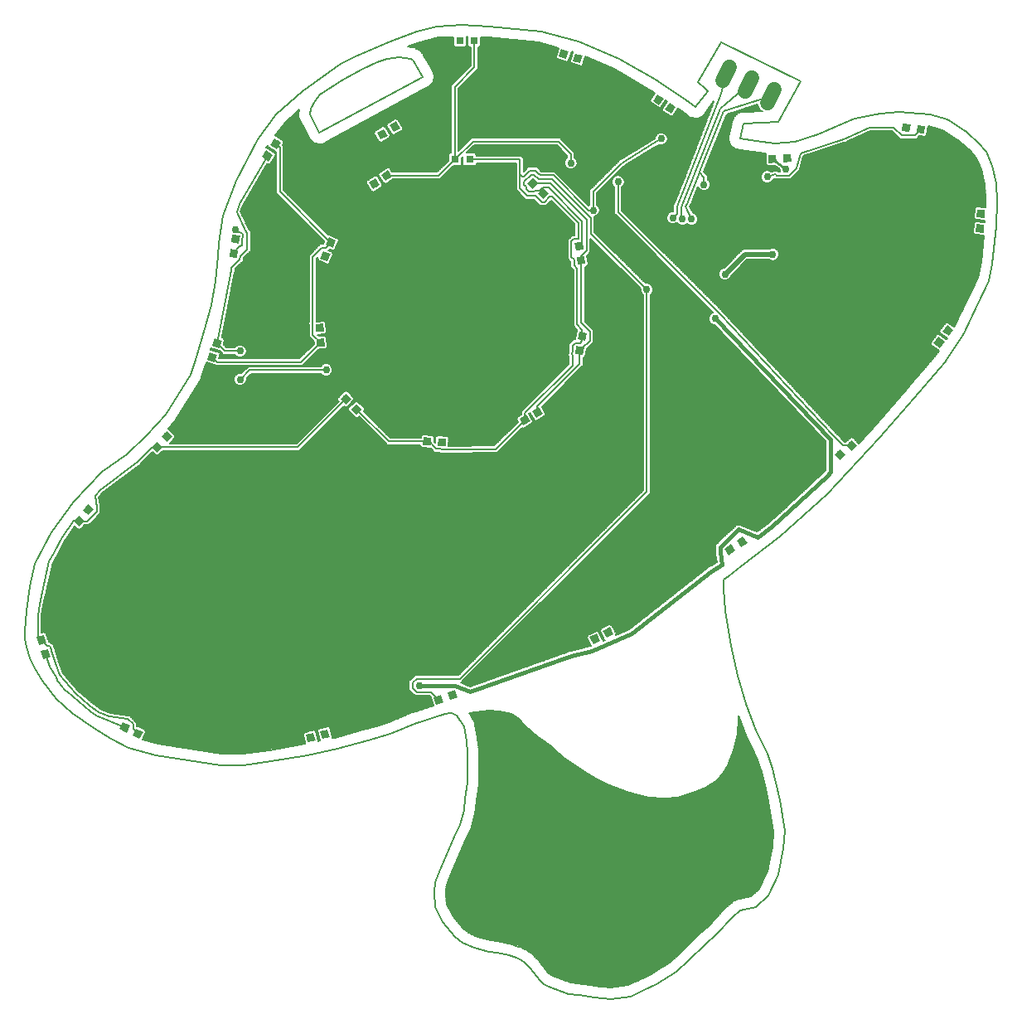
<source format=gtl>
G75*
%MOIN*%
%OFA0B0*%
%FSLAX25Y25*%
%IPPOS*%
%LPD*%
%AMOC8*
5,1,8,0,0,1.08239X$1,22.5*
%
%ADD10C,0.00600*%
%ADD11R,0.03150X0.03150*%
%ADD12R,0.03150X0.03150*%
%ADD13C,0.06000*%
%ADD14C,0.02978*%
%ADD15C,0.01600*%
%ADD16C,0.02000*%
%ADD17C,0.00800*%
%ADD18C,0.01000*%
D10*
X0083800Y0142400D02*
X0109800Y0138400D01*
X0119300Y0138400D01*
X0130300Y0139900D01*
X0144800Y0142400D01*
X0156800Y0144900D01*
X0169300Y0148400D01*
X0178300Y0150900D01*
X0187800Y0154900D01*
X0200300Y0158900D01*
X0202300Y0159400D01*
X0202800Y0159400D01*
X0204800Y0158400D01*
X0206300Y0156400D01*
X0207800Y0153900D01*
X0208800Y0147900D01*
X0209300Y0143400D01*
X0209300Y0131400D01*
X0208300Y0124900D01*
X0207800Y0120400D01*
X0206300Y0114400D01*
X0204300Y0110400D01*
X0198300Y0096400D01*
X0196300Y0091400D01*
X0195800Y0087400D01*
X0196300Y0081400D01*
X0199300Y0075400D01*
X0204300Y0069400D01*
X0207300Y0066900D01*
X0211800Y0064900D01*
X0217800Y0063400D01*
X0221300Y0062900D01*
X0225800Y0061900D01*
X0228800Y0060900D01*
X0230800Y0059900D01*
X0232300Y0058900D01*
X0234300Y0056900D01*
X0235800Y0054900D01*
X0238300Y0051900D01*
X0239800Y0050400D01*
X0241800Y0049400D01*
X0249800Y0046400D01*
X0254300Y0045900D01*
X0260300Y0044900D01*
X0266800Y0044400D01*
X0274800Y0045400D01*
X0280300Y0047900D01*
X0285300Y0050400D01*
X0287800Y0051900D01*
X0293300Y0055400D01*
X0298300Y0059900D01*
X0304800Y0066400D01*
X0309300Y0070400D01*
X0315800Y0077400D01*
X0318800Y0079900D01*
X0325300Y0081400D01*
X0330300Y0085900D01*
X0334300Y0094400D01*
X0336300Y0104900D01*
X0336800Y0111900D01*
X0334800Y0124400D01*
X0333300Y0131400D01*
X0331800Y0136900D01*
X0329800Y0142900D01*
X0325300Y0152400D01*
X0321300Y0162900D01*
X0317800Y0174400D01*
X0315300Y0186400D01*
X0312800Y0200400D01*
X0312300Y0209400D01*
X0312300Y0212900D01*
X0314300Y0214400D01*
X0319300Y0218400D01*
X0334800Y0230400D01*
X0353800Y0247400D01*
X0374800Y0269900D01*
X0390800Y0288400D01*
X0401300Y0300400D01*
X0408800Y0311900D01*
X0414300Y0323400D01*
X0418800Y0332900D01*
X0420300Y0339900D01*
X0421800Y0354900D01*
X0422300Y0364900D01*
X0421800Y0372400D01*
X0420300Y0379400D01*
X0417800Y0384900D01*
X0414800Y0388400D01*
X0409800Y0392900D01*
X0402300Y0397900D01*
X0395300Y0399900D01*
X0382800Y0400900D01*
X0375300Y0400400D01*
X0364800Y0398400D01*
X0360300Y0396400D01*
X0350300Y0391900D01*
X0340800Y0388900D01*
X0332800Y0388400D01*
X0325300Y0389400D01*
X0318800Y0390400D01*
X0320300Y0396400D01*
X0334300Y0396900D01*
X0343300Y0413400D01*
X0311300Y0428900D01*
X0301800Y0412900D01*
X0304800Y0410400D01*
X0305800Y0409400D01*
X0300800Y0402900D01*
X0298300Y0404900D01*
X0284800Y0413900D01*
X0270300Y0422400D01*
X0253800Y0429400D01*
X0238800Y0433400D01*
X0217800Y0435400D01*
X0206800Y0435900D01*
X0196800Y0435400D01*
X0188800Y0433400D01*
X0178300Y0429400D01*
X0164300Y0423400D01*
X0158300Y0420400D01*
X0142800Y0409400D01*
X0132300Y0399900D01*
X0124800Y0389900D01*
X0116300Y0373400D01*
X0110800Y0359400D01*
X0109300Y0348400D01*
X0108800Y0342900D01*
X0107800Y0332900D01*
X0106300Y0323400D01*
X0103800Y0314900D01*
X0099800Y0301400D01*
X0097800Y0295400D01*
X0087800Y0279400D01*
X0080300Y0270900D01*
X0072300Y0263400D01*
X0062300Y0256400D01*
X0050800Y0244400D01*
X0041800Y0231900D01*
X0035300Y0219400D01*
X0033300Y0210400D01*
X0031800Y0200400D01*
X0031300Y0192400D01*
X0031300Y0188900D01*
X0031800Y0185900D01*
X0033300Y0181400D01*
X0035300Y0177400D01*
X0038300Y0172400D01*
X0043800Y0164900D01*
X0050300Y0159400D01*
X0058800Y0153400D01*
X0065800Y0148900D01*
X0072800Y0145400D01*
X0083800Y0142400D01*
X0084758Y0146907D02*
X0078469Y0148622D01*
X0079933Y0151651D01*
X0079633Y0152512D01*
X0076224Y0154160D01*
X0076224Y0155448D01*
X0073755Y0157918D01*
X0073435Y0158333D01*
X0073325Y0158347D01*
X0073247Y0158426D01*
X0072722Y0158426D01*
X0065556Y0159355D01*
X0061492Y0161069D01*
X0058268Y0163478D01*
X0052551Y0168316D01*
X0046581Y0175326D01*
X0044841Y0179910D01*
X0043405Y0184786D01*
X0043142Y0185678D01*
X0043029Y0186062D01*
X0042791Y0186871D01*
X0042043Y0187279D01*
X0041982Y0187440D01*
X0041666Y0187582D01*
X0041421Y0187827D01*
X0041122Y0187827D01*
X0040848Y0187950D01*
X0040810Y0187935D01*
X0039776Y0191448D01*
X0038976Y0191884D01*
X0038017Y0191602D01*
X0038017Y0198674D01*
X0038601Y0202571D01*
X0039626Y0207089D01*
X0039629Y0207091D01*
X0039764Y0207695D01*
X0039900Y0208297D01*
X0039898Y0208300D01*
X0042422Y0219658D01*
X0044044Y0222776D01*
X0047426Y0229102D01*
X0051257Y0234424D01*
X0053008Y0233051D01*
X0053913Y0233160D01*
X0055284Y0234909D01*
X0056926Y0234909D01*
X0057805Y0235787D01*
X0061667Y0239649D01*
X0061667Y0241643D01*
X0061749Y0241759D01*
X0061667Y0242248D01*
X0061667Y0242743D01*
X0061566Y0242844D01*
X0061017Y0246100D01*
X0062679Y0247835D01*
X0076936Y0258732D01*
X0077050Y0258732D01*
X0077419Y0259101D01*
X0077833Y0259417D01*
X0077848Y0259530D01*
X0082517Y0264199D01*
X0083878Y0262890D01*
X0084789Y0262907D01*
X0086539Y0264725D01*
X0141637Y0264725D01*
X0159531Y0282619D01*
X0159934Y0282226D01*
X0160845Y0282237D01*
X0163681Y0285143D01*
X0163670Y0286055D01*
X0160764Y0288891D01*
X0159853Y0288880D01*
X0157017Y0285973D01*
X0157028Y0285062D01*
X0157384Y0284714D01*
X0140394Y0267725D01*
X0089425Y0267725D01*
X0091700Y0270089D01*
X0091682Y0271000D01*
X0088892Y0273685D01*
X0090900Y0275961D01*
X0091216Y0276186D01*
X0091500Y0276641D01*
X0091855Y0277043D01*
X0091980Y0277409D01*
X0101510Y0292657D01*
X0101875Y0293077D01*
X0101991Y0293426D01*
X0102186Y0293738D01*
X0102278Y0294286D01*
X0103900Y0299153D01*
X0103951Y0299216D01*
X0104188Y0300019D01*
X0104283Y0300303D01*
X0107650Y0299261D01*
X0108011Y0298900D01*
X0142830Y0298900D01*
X0149488Y0305558D01*
X0152256Y0305713D01*
X0152863Y0306392D01*
X0152636Y0310447D01*
X0151957Y0311054D01*
X0149551Y0310919D01*
X0149024Y0311447D01*
X0151926Y0311609D01*
X0152533Y0312288D01*
X0152307Y0316343D01*
X0151627Y0316950D01*
X0148460Y0316773D01*
X0148460Y0342050D01*
X0148875Y0342465D01*
X0148735Y0342132D01*
X0149078Y0341288D01*
X0152818Y0339708D01*
X0153663Y0340051D01*
X0155243Y0343791D01*
X0154900Y0344636D01*
X0153313Y0345306D01*
X0153709Y0345703D01*
X0153737Y0345731D01*
X0155116Y0345148D01*
X0155961Y0345491D01*
X0157541Y0349231D01*
X0157198Y0350076D01*
X0153457Y0351656D01*
X0153242Y0351568D01*
X0135294Y0369516D01*
X0135294Y0387104D01*
X0134873Y0387526D01*
X0135444Y0388373D01*
X0135270Y0389268D01*
X0131904Y0391539D01*
X0131758Y0391510D01*
X0135714Y0396786D01*
X0141540Y0402057D01*
X0141333Y0401022D01*
X0141133Y0400361D01*
X0141155Y0400131D01*
X0141110Y0399905D01*
X0141244Y0399227D01*
X0141312Y0398539D01*
X0141420Y0398336D01*
X0141465Y0398110D01*
X0141848Y0397535D01*
X0145218Y0391227D01*
X0145220Y0391212D01*
X0145649Y0390421D01*
X0146074Y0389625D01*
X0146085Y0389616D01*
X0146092Y0389603D01*
X0146791Y0389036D01*
X0147488Y0388464D01*
X0147502Y0388460D01*
X0147514Y0388451D01*
X0148377Y0388194D01*
X0149239Y0387933D01*
X0149254Y0387934D01*
X0149268Y0387930D01*
X0150163Y0388023D01*
X0151061Y0388112D01*
X0151073Y0388118D01*
X0151088Y0388120D01*
X0151880Y0388549D01*
X0152675Y0388974D01*
X0152684Y0388985D01*
X0192638Y0410647D01*
X0192695Y0410654D01*
X0193441Y0411082D01*
X0194197Y0411492D01*
X0194233Y0411537D01*
X0194282Y0411565D01*
X0194808Y0412246D01*
X0195349Y0412914D01*
X0195366Y0412968D01*
X0195400Y0413014D01*
X0195625Y0413844D01*
X0195870Y0414668D01*
X0195864Y0414725D01*
X0195879Y0414780D01*
X0195769Y0415633D01*
X0195680Y0416488D01*
X0195653Y0416538D01*
X0195646Y0416595D01*
X0195218Y0417341D01*
X0194808Y0418097D01*
X0194763Y0418133D01*
X0191519Y0423790D01*
X0191375Y0424223D01*
X0191068Y0424576D01*
X0190835Y0424982D01*
X0190474Y0425261D01*
X0190176Y0425605D01*
X0189757Y0425814D01*
X0189386Y0426100D01*
X0188946Y0426220D01*
X0188439Y0426473D01*
X0187717Y0426871D01*
X0187623Y0426881D01*
X0187539Y0426924D01*
X0186717Y0426982D01*
X0185290Y0427140D01*
X0190182Y0429004D01*
X0197479Y0430828D01*
X0203419Y0431125D01*
X0203419Y0427494D01*
X0204063Y0426850D01*
X0208124Y0426850D01*
X0208768Y0427494D01*
X0208768Y0431206D01*
X0209324Y0431181D01*
X0209324Y0427494D01*
X0209969Y0426850D01*
X0210499Y0426850D01*
X0210499Y0419546D01*
X0202640Y0411687D01*
X0202640Y0384479D01*
X0202110Y0384479D01*
X0201465Y0383834D01*
X0201465Y0381250D01*
X0197036Y0376821D01*
X0178894Y0376821D01*
X0177805Y0378484D01*
X0176913Y0378671D01*
X0173515Y0376447D01*
X0173329Y0375555D01*
X0175552Y0372157D01*
X0176444Y0371971D01*
X0179271Y0373821D01*
X0198278Y0373821D01*
X0203587Y0379129D01*
X0206171Y0379129D01*
X0206815Y0379773D01*
X0206815Y0382357D01*
X0207371Y0382913D01*
X0207371Y0379773D01*
X0208015Y0379129D01*
X0212076Y0379129D01*
X0212720Y0379773D01*
X0212720Y0380304D01*
X0228800Y0380304D01*
X0228800Y0369516D01*
X0232545Y0365771D01*
X0235946Y0365771D01*
X0237361Y0364356D01*
X0237499Y0364044D01*
X0237783Y0363934D01*
X0237998Y0363719D01*
X0238023Y0363719D01*
X0238534Y0363214D01*
X0238695Y0363215D01*
X0239528Y0363219D01*
X0240664Y0363225D01*
X0240771Y0363226D01*
X0241645Y0364109D01*
X0242788Y0365265D01*
X0252245Y0355809D01*
X0252245Y0351351D01*
X0251354Y0351351D01*
X0250475Y0350472D01*
X0249478Y0349475D01*
X0249478Y0341979D01*
X0250357Y0341100D01*
X0250545Y0340912D01*
X0250545Y0338613D01*
X0251825Y0337332D01*
X0251825Y0314853D01*
X0253259Y0313419D01*
X0253099Y0313310D01*
X0252403Y0309627D01*
X0251851Y0309627D01*
X0250825Y0308601D01*
X0249947Y0307723D01*
X0249947Y0305243D01*
X0249784Y0304384D01*
X0249554Y0303163D01*
X0249947Y0302587D01*
X0249947Y0299724D01*
X0230744Y0280521D01*
X0230744Y0279295D01*
X0229132Y0278338D01*
X0228907Y0277455D01*
X0229502Y0276454D01*
X0219982Y0266935D01*
X0201525Y0266744D01*
X0201712Y0269999D01*
X0201106Y0270680D01*
X0197052Y0270913D01*
X0196372Y0270307D01*
X0196246Y0268128D01*
X0195719Y0268655D01*
X0195817Y0270339D01*
X0195210Y0271020D01*
X0191156Y0271253D01*
X0190476Y0270647D01*
X0190437Y0269966D01*
X0178165Y0269966D01*
X0167515Y0280616D01*
X0167908Y0281019D01*
X0167897Y0281930D01*
X0164990Y0284766D01*
X0164079Y0284755D01*
X0161243Y0281849D01*
X0161254Y0280938D01*
X0164160Y0278101D01*
X0165072Y0278113D01*
X0165419Y0278469D01*
X0176043Y0267845D01*
X0176043Y0267845D01*
X0176922Y0266966D01*
X0190264Y0266966D01*
X0190242Y0266593D01*
X0190848Y0265913D01*
X0194425Y0265706D01*
X0194944Y0265187D01*
X0195990Y0264013D01*
X0196077Y0264008D01*
X0200186Y0263771D01*
X0200228Y0263730D01*
X0200798Y0263736D01*
X0201368Y0263703D01*
X0201412Y0263743D01*
X0220617Y0263941D01*
X0221231Y0263941D01*
X0221237Y0263947D01*
X0221246Y0263948D01*
X0221675Y0264385D01*
X0231198Y0273908D01*
X0231863Y0273739D01*
X0235355Y0275812D01*
X0235580Y0276695D01*
X0233933Y0279468D01*
X0234339Y0279874D01*
X0236058Y0276979D01*
X0236941Y0276754D01*
X0240433Y0278827D01*
X0240658Y0279710D01*
X0239086Y0282358D01*
X0254875Y0298148D01*
X0255754Y0299026D01*
X0255754Y0302012D01*
X0256505Y0302524D01*
X0257116Y0305757D01*
X0257567Y0306208D01*
X0257754Y0306208D01*
X0258632Y0307086D01*
X0259962Y0308416D01*
X0259962Y0313222D01*
X0259083Y0314100D01*
X0256425Y0316758D01*
X0256425Y0338757D01*
X0257300Y0338876D01*
X0257851Y0339602D01*
X0257344Y0343303D01*
X0257775Y0343735D01*
X0258654Y0344614D01*
X0258654Y0350078D01*
X0278711Y0330021D01*
X0278711Y0329039D01*
X0279105Y0328087D01*
X0279800Y0327392D01*
X0279800Y0248814D01*
X0205575Y0174589D01*
X0188144Y0174589D01*
X0187266Y0173710D01*
X0186569Y0173014D01*
X0185690Y0172135D01*
X0185690Y0168665D01*
X0187266Y0167090D01*
X0188144Y0166211D01*
X0193917Y0166211D01*
X0194494Y0165634D01*
X0194490Y0165626D01*
X0195649Y0162241D01*
X0187069Y0159496D01*
X0186858Y0159495D01*
X0186203Y0159219D01*
X0185527Y0159002D01*
X0185366Y0158866D01*
X0176786Y0155254D01*
X0168946Y0153076D01*
X0168941Y0153076D01*
X0168066Y0152831D01*
X0167187Y0152587D01*
X0167183Y0152584D01*
X0155709Y0149372D01*
X0154762Y0149174D01*
X0154983Y0149547D01*
X0153980Y0153482D01*
X0153196Y0153947D01*
X0149261Y0152944D01*
X0148796Y0152161D01*
X0149799Y0148226D01*
X0149906Y0148162D01*
X0149220Y0148020D01*
X0149260Y0148088D01*
X0148257Y0152023D01*
X0147474Y0152488D01*
X0143539Y0151485D01*
X0143074Y0150702D01*
X0144033Y0146939D01*
X0143940Y0146920D01*
X0129598Y0144447D01*
X0118988Y0143000D01*
X0110152Y0143000D01*
X0084758Y0146907D01*
X0084627Y0146942D02*
X0144032Y0146942D01*
X0143879Y0147541D02*
X0082432Y0147541D01*
X0080238Y0148139D02*
X0143727Y0148139D01*
X0143574Y0148738D02*
X0078525Y0148738D01*
X0078814Y0149337D02*
X0143422Y0149337D01*
X0143269Y0149935D02*
X0079103Y0149935D01*
X0079393Y0150534D02*
X0143117Y0150534D01*
X0143329Y0151132D02*
X0079682Y0151132D01*
X0079905Y0151731D02*
X0144500Y0151731D01*
X0146848Y0152329D02*
X0079697Y0152329D01*
X0078773Y0152928D02*
X0149252Y0152928D01*
X0148896Y0152329D02*
X0147742Y0152329D01*
X0148332Y0151731D02*
X0148906Y0151731D01*
X0149058Y0151132D02*
X0148485Y0151132D01*
X0148637Y0150534D02*
X0149211Y0150534D01*
X0149363Y0149935D02*
X0148790Y0149935D01*
X0148942Y0149337D02*
X0149516Y0149337D01*
X0149669Y0148738D02*
X0149095Y0148738D01*
X0149247Y0148139D02*
X0149796Y0148139D01*
X0154858Y0149337D02*
X0155541Y0149337D01*
X0154884Y0149935D02*
X0157722Y0149935D01*
X0159859Y0150534D02*
X0154732Y0150534D01*
X0154579Y0151132D02*
X0161997Y0151132D01*
X0164134Y0151731D02*
X0154426Y0151731D01*
X0154274Y0152329D02*
X0166272Y0152329D01*
X0168410Y0152928D02*
X0154121Y0152928D01*
X0153906Y0153526D02*
X0170567Y0153526D01*
X0172722Y0154125D02*
X0076297Y0154125D01*
X0076224Y0154723D02*
X0174876Y0154723D01*
X0176947Y0155322D02*
X0076224Y0155322D01*
X0075752Y0155920D02*
X0178369Y0155920D01*
X0179790Y0156519D02*
X0075154Y0156519D01*
X0074555Y0157117D02*
X0181212Y0157117D01*
X0182633Y0157716D02*
X0073957Y0157716D01*
X0073449Y0158314D02*
X0184055Y0158314D01*
X0185421Y0158913D02*
X0068967Y0158913D01*
X0065186Y0159511D02*
X0187117Y0159511D01*
X0188987Y0160110D02*
X0063767Y0160110D01*
X0062348Y0160708D02*
X0190858Y0160708D01*
X0192728Y0161307D02*
X0061174Y0161307D01*
X0060373Y0161905D02*
X0194598Y0161905D01*
X0195559Y0162504D02*
X0059572Y0162504D01*
X0058771Y0163102D02*
X0195354Y0163102D01*
X0195149Y0163701D02*
X0058005Y0163701D01*
X0057298Y0164299D02*
X0194944Y0164299D01*
X0194739Y0164898D02*
X0056590Y0164898D01*
X0055883Y0165496D02*
X0194534Y0165496D01*
X0194033Y0166095D02*
X0055176Y0166095D01*
X0054468Y0166693D02*
X0187662Y0166693D01*
X0187063Y0167292D02*
X0053761Y0167292D01*
X0053054Y0167890D02*
X0186465Y0167890D01*
X0185866Y0168489D02*
X0052404Y0168489D01*
X0051894Y0169087D02*
X0185690Y0169087D01*
X0185690Y0169686D02*
X0051384Y0169686D01*
X0050875Y0170284D02*
X0185690Y0170284D01*
X0185690Y0170883D02*
X0050365Y0170883D01*
X0049855Y0171481D02*
X0185690Y0171481D01*
X0185690Y0172080D02*
X0049346Y0172080D01*
X0048836Y0172678D02*
X0186234Y0172678D01*
X0186832Y0173277D02*
X0048326Y0173277D01*
X0047817Y0173875D02*
X0187431Y0173875D01*
X0187266Y0173710D02*
X0187266Y0173710D01*
X0188029Y0174474D02*
X0047307Y0174474D01*
X0046797Y0175072D02*
X0206058Y0175072D01*
X0206657Y0175671D02*
X0046450Y0175671D01*
X0046223Y0176270D02*
X0207255Y0176270D01*
X0207854Y0176868D02*
X0045996Y0176868D01*
X0045769Y0177467D02*
X0208452Y0177467D01*
X0209051Y0178065D02*
X0045541Y0178065D01*
X0045314Y0178664D02*
X0209649Y0178664D01*
X0210248Y0179262D02*
X0045087Y0179262D01*
X0044860Y0179861D02*
X0210846Y0179861D01*
X0211445Y0180459D02*
X0044679Y0180459D01*
X0044503Y0181058D02*
X0212043Y0181058D01*
X0212642Y0181656D02*
X0044327Y0181656D01*
X0044150Y0182255D02*
X0213240Y0182255D01*
X0213839Y0182853D02*
X0043974Y0182853D01*
X0043798Y0183452D02*
X0214437Y0183452D01*
X0215036Y0184050D02*
X0043622Y0184050D01*
X0043445Y0184649D02*
X0215634Y0184649D01*
X0216233Y0185247D02*
X0043269Y0185247D01*
X0043093Y0185846D02*
X0216831Y0185846D01*
X0217430Y0186444D02*
X0042917Y0186444D01*
X0042476Y0187043D02*
X0218028Y0187043D01*
X0218627Y0187641D02*
X0041607Y0187641D01*
X0040721Y0188240D02*
X0219225Y0188240D01*
X0219824Y0188838D02*
X0040544Y0188838D01*
X0040368Y0189437D02*
X0220422Y0189437D01*
X0221021Y0190035D02*
X0040192Y0190035D01*
X0040016Y0190634D02*
X0221619Y0190634D01*
X0222218Y0191232D02*
X0039840Y0191232D01*
X0039075Y0191831D02*
X0222816Y0191831D01*
X0223415Y0192429D02*
X0038017Y0192429D01*
X0038017Y0191831D02*
X0038794Y0191831D01*
X0038017Y0193028D02*
X0224013Y0193028D01*
X0224612Y0193626D02*
X0038017Y0193626D01*
X0038017Y0194225D02*
X0225211Y0194225D01*
X0225809Y0194823D02*
X0038017Y0194823D01*
X0038017Y0195422D02*
X0226408Y0195422D01*
X0227006Y0196020D02*
X0038017Y0196020D01*
X0038017Y0196619D02*
X0227605Y0196619D01*
X0228203Y0197217D02*
X0038017Y0197217D01*
X0038017Y0197816D02*
X0228802Y0197816D01*
X0229400Y0198414D02*
X0038017Y0198414D01*
X0038068Y0199013D02*
X0229999Y0199013D01*
X0230597Y0199611D02*
X0038157Y0199611D01*
X0038247Y0200210D02*
X0231196Y0200210D01*
X0231794Y0200808D02*
X0038337Y0200808D01*
X0038427Y0201407D02*
X0232393Y0201407D01*
X0232991Y0202005D02*
X0038517Y0202005D01*
X0038609Y0202604D02*
X0233590Y0202604D01*
X0234188Y0203203D02*
X0038745Y0203203D01*
X0038880Y0203801D02*
X0234787Y0203801D01*
X0235385Y0204400D02*
X0039016Y0204400D01*
X0039152Y0204998D02*
X0235984Y0204998D01*
X0236582Y0205597D02*
X0039288Y0205597D01*
X0039423Y0206195D02*
X0237181Y0206195D01*
X0237779Y0206794D02*
X0039559Y0206794D01*
X0039696Y0207392D02*
X0238378Y0207392D01*
X0238976Y0207991D02*
X0039831Y0207991D01*
X0039962Y0208589D02*
X0239575Y0208589D01*
X0240173Y0209188D02*
X0040095Y0209188D01*
X0040228Y0209786D02*
X0240772Y0209786D01*
X0241370Y0210385D02*
X0040361Y0210385D01*
X0040494Y0210983D02*
X0241969Y0210983D01*
X0242567Y0211582D02*
X0040627Y0211582D01*
X0040760Y0212180D02*
X0243166Y0212180D01*
X0243764Y0212779D02*
X0040893Y0212779D01*
X0041026Y0213377D02*
X0244363Y0213377D01*
X0244961Y0213976D02*
X0041159Y0213976D01*
X0041292Y0214574D02*
X0245560Y0214574D01*
X0246158Y0215173D02*
X0041425Y0215173D01*
X0041558Y0215771D02*
X0246757Y0215771D01*
X0247355Y0216370D02*
X0041691Y0216370D01*
X0041824Y0216968D02*
X0247954Y0216968D01*
X0248552Y0217567D02*
X0041957Y0217567D01*
X0042090Y0218165D02*
X0249151Y0218165D01*
X0249749Y0218764D02*
X0042223Y0218764D01*
X0042356Y0219362D02*
X0250348Y0219362D01*
X0250947Y0219961D02*
X0042580Y0219961D01*
X0042891Y0220559D02*
X0251545Y0220559D01*
X0252144Y0221158D02*
X0043202Y0221158D01*
X0043513Y0221756D02*
X0252742Y0221756D01*
X0253341Y0222355D02*
X0043825Y0222355D01*
X0044138Y0222953D02*
X0253939Y0222953D01*
X0254538Y0223552D02*
X0044458Y0223552D01*
X0044778Y0224150D02*
X0255136Y0224150D01*
X0255735Y0224749D02*
X0045098Y0224749D01*
X0045418Y0225347D02*
X0256333Y0225347D01*
X0256932Y0225946D02*
X0045738Y0225946D01*
X0046058Y0226544D02*
X0257530Y0226544D01*
X0258129Y0227143D02*
X0046378Y0227143D01*
X0046698Y0227741D02*
X0258727Y0227741D01*
X0259326Y0228340D02*
X0047018Y0228340D01*
X0047338Y0228939D02*
X0259924Y0228939D01*
X0260523Y0229537D02*
X0047738Y0229537D01*
X0048169Y0230136D02*
X0261121Y0230136D01*
X0261720Y0230734D02*
X0048600Y0230734D01*
X0049031Y0231333D02*
X0262318Y0231333D01*
X0262917Y0231931D02*
X0049462Y0231931D01*
X0049893Y0232530D02*
X0263515Y0232530D01*
X0264114Y0233128D02*
X0053646Y0233128D01*
X0052910Y0233128D02*
X0050324Y0233128D01*
X0050755Y0233727D02*
X0052146Y0233727D01*
X0051383Y0234325D02*
X0051186Y0234325D01*
X0054357Y0233727D02*
X0264712Y0233727D01*
X0265311Y0234325D02*
X0054826Y0234325D01*
X0056941Y0234924D02*
X0265909Y0234924D01*
X0266508Y0235522D02*
X0057540Y0235522D01*
X0058138Y0236121D02*
X0267106Y0236121D01*
X0267705Y0236719D02*
X0058737Y0236719D01*
X0059335Y0237318D02*
X0268303Y0237318D01*
X0268902Y0237916D02*
X0059934Y0237916D01*
X0060532Y0238515D02*
X0269500Y0238515D01*
X0270099Y0239113D02*
X0061131Y0239113D01*
X0061667Y0239712D02*
X0270697Y0239712D01*
X0271296Y0240310D02*
X0061667Y0240310D01*
X0061667Y0240909D02*
X0271894Y0240909D01*
X0272493Y0241507D02*
X0061667Y0241507D01*
X0061691Y0242106D02*
X0273091Y0242106D01*
X0273690Y0242704D02*
X0061667Y0242704D01*
X0061489Y0243303D02*
X0274288Y0243303D01*
X0274887Y0243901D02*
X0061388Y0243901D01*
X0061287Y0244500D02*
X0275485Y0244500D01*
X0276084Y0245098D02*
X0061186Y0245098D01*
X0061085Y0245697D02*
X0276682Y0245697D01*
X0277281Y0246295D02*
X0061204Y0246295D01*
X0061777Y0246894D02*
X0277880Y0246894D01*
X0278478Y0247492D02*
X0062351Y0247492D01*
X0063014Y0248091D02*
X0279077Y0248091D01*
X0279675Y0248689D02*
X0063797Y0248689D01*
X0064580Y0249288D02*
X0279800Y0249288D01*
X0279800Y0249886D02*
X0065363Y0249886D01*
X0066146Y0250485D02*
X0279800Y0250485D01*
X0279800Y0251083D02*
X0066929Y0251083D01*
X0067712Y0251682D02*
X0279800Y0251682D01*
X0279800Y0252280D02*
X0068496Y0252280D01*
X0069279Y0252879D02*
X0279800Y0252879D01*
X0279800Y0253477D02*
X0070062Y0253477D01*
X0070845Y0254076D02*
X0279800Y0254076D01*
X0279800Y0254674D02*
X0071628Y0254674D01*
X0072411Y0255273D02*
X0279800Y0255273D01*
X0279800Y0255872D02*
X0073194Y0255872D01*
X0073977Y0256470D02*
X0279800Y0256470D01*
X0279800Y0257069D02*
X0074760Y0257069D01*
X0075543Y0257667D02*
X0279800Y0257667D01*
X0279800Y0258266D02*
X0076326Y0258266D01*
X0077182Y0258864D02*
X0279800Y0258864D01*
X0279800Y0259463D02*
X0077839Y0259463D01*
X0078379Y0260061D02*
X0279800Y0260061D01*
X0279800Y0260660D02*
X0078978Y0260660D01*
X0079576Y0261258D02*
X0279800Y0261258D01*
X0279800Y0261857D02*
X0080175Y0261857D01*
X0080773Y0262455D02*
X0279800Y0262455D01*
X0279800Y0263054D02*
X0084930Y0263054D01*
X0085506Y0263652D02*
X0279800Y0263652D01*
X0279800Y0264251D02*
X0221543Y0264251D01*
X0222139Y0264849D02*
X0279800Y0264849D01*
X0279800Y0265448D02*
X0222738Y0265448D01*
X0223336Y0266046D02*
X0279800Y0266046D01*
X0279800Y0266645D02*
X0223935Y0266645D01*
X0224533Y0267243D02*
X0279800Y0267243D01*
X0279800Y0267842D02*
X0225132Y0267842D01*
X0225730Y0268440D02*
X0279800Y0268440D01*
X0279800Y0269039D02*
X0226329Y0269039D01*
X0226927Y0269637D02*
X0279800Y0269637D01*
X0279800Y0270236D02*
X0227526Y0270236D01*
X0228124Y0270834D02*
X0279800Y0270834D01*
X0279800Y0271433D02*
X0228723Y0271433D01*
X0229321Y0272031D02*
X0279800Y0272031D01*
X0279800Y0272630D02*
X0229920Y0272630D01*
X0230518Y0273228D02*
X0279800Y0273228D01*
X0279800Y0273827D02*
X0232012Y0273827D01*
X0231517Y0273827D02*
X0231117Y0273827D01*
X0233020Y0274425D02*
X0279800Y0274425D01*
X0279800Y0275024D02*
X0234028Y0275024D01*
X0235036Y0275622D02*
X0279800Y0275622D01*
X0279800Y0276221D02*
X0235459Y0276221D01*
X0235506Y0276819D02*
X0236683Y0276819D01*
X0237052Y0276819D02*
X0279800Y0276819D01*
X0279800Y0277418D02*
X0238060Y0277418D01*
X0239068Y0278016D02*
X0279800Y0278016D01*
X0279800Y0278615D02*
X0240076Y0278615D01*
X0240532Y0279213D02*
X0279800Y0279213D01*
X0279800Y0279812D02*
X0240598Y0279812D01*
X0240242Y0280410D02*
X0279800Y0280410D01*
X0279800Y0281009D02*
X0239887Y0281009D01*
X0239531Y0281608D02*
X0279800Y0281608D01*
X0279800Y0282206D02*
X0239176Y0282206D01*
X0239532Y0282805D02*
X0279800Y0282805D01*
X0279800Y0283403D02*
X0240131Y0283403D01*
X0240729Y0284002D02*
X0279800Y0284002D01*
X0279800Y0284600D02*
X0241328Y0284600D01*
X0241926Y0285199D02*
X0279800Y0285199D01*
X0279800Y0285797D02*
X0242525Y0285797D01*
X0243123Y0286396D02*
X0279800Y0286396D01*
X0279800Y0286994D02*
X0243722Y0286994D01*
X0244320Y0287593D02*
X0279800Y0287593D01*
X0279800Y0288191D02*
X0244919Y0288191D01*
X0245517Y0288790D02*
X0279800Y0288790D01*
X0279800Y0289388D02*
X0246116Y0289388D01*
X0246714Y0289987D02*
X0279800Y0289987D01*
X0279800Y0290585D02*
X0247313Y0290585D01*
X0247912Y0291184D02*
X0279800Y0291184D01*
X0279800Y0291782D02*
X0248510Y0291782D01*
X0249109Y0292381D02*
X0279800Y0292381D01*
X0279800Y0292979D02*
X0249707Y0292979D01*
X0250306Y0293578D02*
X0279800Y0293578D01*
X0279800Y0294176D02*
X0250904Y0294176D01*
X0251503Y0294775D02*
X0279800Y0294775D01*
X0279800Y0295373D02*
X0252101Y0295373D01*
X0252700Y0295972D02*
X0279800Y0295972D01*
X0279800Y0296570D02*
X0253298Y0296570D01*
X0253897Y0297169D02*
X0279800Y0297169D01*
X0279800Y0297767D02*
X0254495Y0297767D01*
X0255094Y0298366D02*
X0279800Y0298366D01*
X0279800Y0298964D02*
X0255692Y0298964D01*
X0255754Y0299563D02*
X0279800Y0299563D01*
X0279800Y0300161D02*
X0255754Y0300161D01*
X0255754Y0300760D02*
X0279800Y0300760D01*
X0279800Y0301358D02*
X0255754Y0301358D01*
X0255754Y0301957D02*
X0279800Y0301957D01*
X0279800Y0302555D02*
X0256511Y0302555D01*
X0256624Y0303154D02*
X0279800Y0303154D01*
X0279800Y0303752D02*
X0256738Y0303752D01*
X0256851Y0304351D02*
X0279800Y0304351D01*
X0279800Y0304949D02*
X0256964Y0304949D01*
X0257077Y0305548D02*
X0279800Y0305548D01*
X0279800Y0306146D02*
X0257506Y0306146D01*
X0258291Y0306745D02*
X0279800Y0306745D01*
X0279800Y0307343D02*
X0258890Y0307343D01*
X0259488Y0307942D02*
X0279800Y0307942D01*
X0279800Y0308541D02*
X0259962Y0308541D01*
X0259962Y0309139D02*
X0279800Y0309139D01*
X0279800Y0309738D02*
X0259962Y0309738D01*
X0259962Y0310336D02*
X0279800Y0310336D01*
X0279800Y0310935D02*
X0259962Y0310935D01*
X0259962Y0311533D02*
X0279800Y0311533D01*
X0279800Y0312132D02*
X0259962Y0312132D01*
X0259962Y0312730D02*
X0279800Y0312730D01*
X0279800Y0313329D02*
X0259855Y0313329D01*
X0259256Y0313927D02*
X0279800Y0313927D01*
X0279800Y0314526D02*
X0258658Y0314526D01*
X0258059Y0315124D02*
X0279800Y0315124D01*
X0279800Y0315723D02*
X0257461Y0315723D01*
X0256862Y0316321D02*
X0279800Y0316321D01*
X0279800Y0316920D02*
X0256425Y0316920D01*
X0256425Y0317518D02*
X0279800Y0317518D01*
X0279800Y0318117D02*
X0256425Y0318117D01*
X0256425Y0318715D02*
X0279800Y0318715D01*
X0279800Y0319314D02*
X0256425Y0319314D01*
X0256425Y0319912D02*
X0279800Y0319912D01*
X0279800Y0320511D02*
X0256425Y0320511D01*
X0256425Y0321109D02*
X0279800Y0321109D01*
X0279800Y0321708D02*
X0256425Y0321708D01*
X0256425Y0322306D02*
X0279800Y0322306D01*
X0279800Y0322905D02*
X0256425Y0322905D01*
X0256425Y0323503D02*
X0279800Y0323503D01*
X0279800Y0324102D02*
X0256425Y0324102D01*
X0256425Y0324700D02*
X0279800Y0324700D01*
X0279800Y0325299D02*
X0256425Y0325299D01*
X0256425Y0325897D02*
X0279800Y0325897D01*
X0279800Y0326496D02*
X0256425Y0326496D01*
X0256425Y0327094D02*
X0279800Y0327094D01*
X0279499Y0327693D02*
X0256425Y0327693D01*
X0256425Y0328291D02*
X0279020Y0328291D01*
X0278773Y0328890D02*
X0256425Y0328890D01*
X0256425Y0329488D02*
X0278711Y0329488D01*
X0278645Y0330087D02*
X0256425Y0330087D01*
X0256425Y0330685D02*
X0278047Y0330685D01*
X0277448Y0331284D02*
X0256425Y0331284D01*
X0256425Y0331882D02*
X0276850Y0331882D01*
X0276251Y0332481D02*
X0256425Y0332481D01*
X0256425Y0333079D02*
X0275653Y0333079D01*
X0275054Y0333678D02*
X0256425Y0333678D01*
X0256425Y0334277D02*
X0274456Y0334277D01*
X0273857Y0334875D02*
X0256425Y0334875D01*
X0256425Y0335474D02*
X0273259Y0335474D01*
X0272660Y0336072D02*
X0256425Y0336072D01*
X0256425Y0336671D02*
X0272062Y0336671D01*
X0271463Y0337269D02*
X0256425Y0337269D01*
X0256425Y0337868D02*
X0270865Y0337868D01*
X0270266Y0338466D02*
X0256425Y0338466D01*
X0257443Y0339065D02*
X0269668Y0339065D01*
X0269069Y0339663D02*
X0257842Y0339663D01*
X0257760Y0340262D02*
X0268471Y0340262D01*
X0267872Y0340860D02*
X0257678Y0340860D01*
X0257596Y0341459D02*
X0267274Y0341459D01*
X0266675Y0342057D02*
X0257514Y0342057D01*
X0257432Y0342656D02*
X0266077Y0342656D01*
X0265478Y0343254D02*
X0257350Y0343254D01*
X0257775Y0343735D02*
X0257775Y0343735D01*
X0257893Y0343853D02*
X0264880Y0343853D01*
X0264281Y0344451D02*
X0258492Y0344451D01*
X0258654Y0345050D02*
X0263683Y0345050D01*
X0263084Y0345648D02*
X0258654Y0345648D01*
X0258654Y0346247D02*
X0262485Y0346247D01*
X0261887Y0346845D02*
X0258654Y0346845D01*
X0258654Y0347444D02*
X0261288Y0347444D01*
X0260690Y0348042D02*
X0258654Y0348042D01*
X0258654Y0348641D02*
X0260091Y0348641D01*
X0259493Y0349239D02*
X0258654Y0349239D01*
X0258654Y0349838D02*
X0258894Y0349838D01*
X0260743Y0352232D02*
X0276151Y0352232D01*
X0275552Y0352830D02*
X0260254Y0352830D01*
X0260254Y0352721D02*
X0260254Y0358823D01*
X0260303Y0358823D01*
X0261254Y0359217D01*
X0261983Y0359946D01*
X0262377Y0360897D01*
X0262377Y0361927D01*
X0261983Y0362879D01*
X0261288Y0363574D01*
X0261288Y0368266D01*
X0272236Y0379215D01*
X0284194Y0386574D01*
X0284194Y0386574D01*
X0286134Y0387768D01*
X0286631Y0387562D01*
X0287660Y0387562D01*
X0288612Y0387956D01*
X0289340Y0388685D01*
X0289734Y0389636D01*
X0289734Y0390666D01*
X0289340Y0391618D01*
X0288612Y0392346D01*
X0287660Y0392740D01*
X0286631Y0392740D01*
X0285679Y0392346D01*
X0284951Y0391618D01*
X0284557Y0390666D01*
X0284557Y0390319D01*
X0283680Y0389780D01*
X0270875Y0381900D01*
X0270679Y0381900D01*
X0270364Y0381585D01*
X0269985Y0381352D01*
X0269939Y0381160D01*
X0258288Y0369509D01*
X0258288Y0363574D01*
X0258030Y0363316D01*
X0244346Y0377001D01*
X0239031Y0377001D01*
X0238563Y0377464D01*
X0238072Y0377955D01*
X0237193Y0378834D01*
X0233633Y0378834D01*
X0231800Y0377000D01*
X0231800Y0382425D01*
X0230921Y0383304D01*
X0212720Y0383304D01*
X0212720Y0383834D01*
X0212076Y0384479D01*
X0208936Y0384479D01*
X0212034Y0387576D01*
X0245158Y0387576D01*
X0249300Y0383434D01*
X0249300Y0382561D01*
X0248605Y0381867D01*
X0248211Y0380915D01*
X0248211Y0379885D01*
X0248605Y0378933D01*
X0249333Y0378205D01*
X0250285Y0377811D01*
X0251315Y0377811D01*
X0252267Y0378205D01*
X0252995Y0378933D01*
X0253389Y0379885D01*
X0253389Y0380915D01*
X0252995Y0381867D01*
X0252300Y0382561D01*
X0252300Y0384676D01*
X0247279Y0389697D01*
X0247279Y0389697D01*
X0246400Y0390576D01*
X0210791Y0390576D01*
X0205640Y0385425D01*
X0205640Y0410444D01*
X0212621Y0417424D01*
X0213499Y0418303D01*
X0213499Y0426850D01*
X0214030Y0426850D01*
X0214674Y0427494D01*
X0214674Y0430937D01*
X0217477Y0430810D01*
X0237984Y0428857D01*
X0245933Y0426737D01*
X0244799Y0423076D01*
X0245224Y0422270D01*
X0249104Y0421069D01*
X0249910Y0421494D01*
X0251106Y0425358D01*
X0251649Y0425213D01*
X0251642Y0425209D01*
X0250441Y0421329D01*
X0250866Y0420523D01*
X0254745Y0419322D01*
X0255551Y0419747D01*
X0256622Y0423206D01*
X0268230Y0418281D01*
X0282359Y0409999D01*
X0284545Y0408541D01*
X0282592Y0405700D01*
X0282759Y0404804D01*
X0286105Y0402504D01*
X0287001Y0402670D01*
X0288997Y0405574D01*
X0289459Y0405265D01*
X0287459Y0402355D01*
X0287625Y0401459D01*
X0290972Y0399159D01*
X0291868Y0399325D01*
X0293911Y0402297D01*
X0295582Y0401183D01*
X0297247Y0399851D01*
X0297270Y0399812D01*
X0297960Y0399281D01*
X0298641Y0398736D01*
X0298685Y0398724D01*
X0298721Y0398696D01*
X0299562Y0398470D01*
X0300399Y0398227D01*
X0300444Y0398232D01*
X0300488Y0398220D01*
X0301352Y0398333D01*
X0302217Y0398429D01*
X0302257Y0398451D01*
X0302302Y0398457D01*
X0303057Y0398892D01*
X0303820Y0399312D01*
X0303849Y0399347D01*
X0303888Y0399370D01*
X0304419Y0400060D01*
X0304964Y0400741D01*
X0304976Y0400785D01*
X0308330Y0405145D01*
X0295902Y0372853D01*
X0292180Y0363929D01*
X0291950Y0363700D01*
X0291950Y0363378D01*
X0291827Y0363082D01*
X0291950Y0362782D01*
X0291950Y0360989D01*
X0291285Y0360989D01*
X0290333Y0360595D01*
X0289605Y0359867D01*
X0289211Y0358915D01*
X0289211Y0357885D01*
X0289605Y0356933D01*
X0290333Y0356205D01*
X0291285Y0355811D01*
X0292315Y0355811D01*
X0293267Y0356205D01*
X0293439Y0356378D01*
X0294111Y0355705D01*
X0295063Y0355311D01*
X0296093Y0355311D01*
X0297044Y0355705D01*
X0297467Y0356128D01*
X0297889Y0355705D01*
X0298841Y0355311D01*
X0299871Y0355311D01*
X0300822Y0355705D01*
X0301551Y0356433D01*
X0301945Y0357385D01*
X0301945Y0358415D01*
X0301551Y0359367D01*
X0300822Y0360095D01*
X0299871Y0360489D01*
X0299796Y0360489D01*
X0298660Y0362906D01*
X0299080Y0363965D01*
X0301824Y0370875D01*
X0302069Y0370285D01*
X0302797Y0369556D01*
X0303749Y0369162D01*
X0304779Y0369162D01*
X0305730Y0369556D01*
X0306458Y0370285D01*
X0306853Y0371236D01*
X0306853Y0372266D01*
X0306458Y0373218D01*
X0305764Y0373912D01*
X0305764Y0375399D01*
X0304230Y0376933D01*
X0304273Y0377044D01*
X0313404Y0400041D01*
X0325810Y0404086D01*
X0326281Y0402679D01*
X0327351Y0401448D01*
X0327713Y0401268D01*
X0320785Y0401020D01*
X0320528Y0401085D01*
X0319878Y0400988D01*
X0319221Y0400964D01*
X0318980Y0400854D01*
X0318718Y0400815D01*
X0318154Y0400477D01*
X0317557Y0400204D01*
X0317376Y0400010D01*
X0317149Y0399874D01*
X0316758Y0399346D01*
X0316310Y0398865D01*
X0316217Y0398616D01*
X0316059Y0398403D01*
X0315900Y0397766D01*
X0315670Y0397150D01*
X0315680Y0396885D01*
X0314506Y0392191D01*
X0314393Y0392004D01*
X0314286Y0391309D01*
X0314115Y0390628D01*
X0314148Y0390411D01*
X0314114Y0390195D01*
X0314281Y0389513D01*
X0314385Y0388818D01*
X0314497Y0388630D01*
X0314549Y0388418D01*
X0314965Y0387851D01*
X0315326Y0387249D01*
X0315502Y0387118D01*
X0315632Y0386942D01*
X0316232Y0386577D01*
X0316797Y0386159D01*
X0317009Y0386106D01*
X0317196Y0385993D01*
X0317891Y0385886D01*
X0318572Y0385715D01*
X0318789Y0385748D01*
X0323744Y0384985D01*
X0323785Y0384961D01*
X0324646Y0384846D01*
X0325505Y0384714D01*
X0325551Y0384726D01*
X0329356Y0384219D01*
X0329081Y0383915D01*
X0329279Y0379859D01*
X0329954Y0379247D01*
X0332780Y0379385D01*
X0334748Y0377976D01*
X0334748Y0377576D01*
X0335027Y0376902D01*
X0334281Y0376902D01*
X0334120Y0376995D01*
X0333818Y0377297D01*
X0333602Y0377297D01*
X0333415Y0377406D01*
X0333002Y0377297D01*
X0332576Y0377297D01*
X0332423Y0377144D01*
X0331469Y0376892D01*
X0331267Y0377095D01*
X0330315Y0377489D01*
X0329285Y0377489D01*
X0328333Y0377095D01*
X0327605Y0376367D01*
X0327211Y0375415D01*
X0327211Y0374385D01*
X0327605Y0373433D01*
X0328333Y0372705D01*
X0329285Y0372311D01*
X0330315Y0372311D01*
X0331267Y0372705D01*
X0331995Y0373433D01*
X0332225Y0373989D01*
X0332746Y0374127D01*
X0332971Y0373902D01*
X0339072Y0373902D01*
X0342288Y0377118D01*
X0342649Y0377319D01*
X0342712Y0377541D01*
X0342875Y0377704D01*
X0342875Y0378117D01*
X0344317Y0383216D01*
X0360547Y0388523D01*
X0360633Y0388490D01*
X0361127Y0388712D01*
X0361641Y0388880D01*
X0361683Y0388962D01*
X0371309Y0393294D01*
X0379918Y0393294D01*
X0382259Y0390953D01*
X0383138Y0390074D01*
X0389835Y0390074D01*
X0391011Y0391250D01*
X0393227Y0390990D01*
X0393942Y0391554D01*
X0394389Y0395358D01*
X0394477Y0395351D01*
X0400346Y0393674D01*
X0406971Y0389258D01*
X0411501Y0385180D01*
X0413883Y0382402D01*
X0415906Y0377950D01*
X0417232Y0371762D01*
X0417692Y0364862D01*
X0417578Y0362577D01*
X0413837Y0362825D01*
X0413151Y0362225D01*
X0412882Y0358173D01*
X0413482Y0357487D01*
X0417311Y0357233D01*
X0417283Y0356678D01*
X0413445Y0356933D01*
X0412760Y0356333D01*
X0412491Y0352281D01*
X0413091Y0351595D01*
X0416822Y0351347D01*
X0415748Y0340613D01*
X0414414Y0334386D01*
X0410147Y0325378D01*
X0404935Y0314480D01*
X0402353Y0316398D01*
X0401451Y0316265D01*
X0399030Y0313005D01*
X0399163Y0312103D01*
X0402045Y0309963D01*
X0401741Y0309496D01*
X0398832Y0311657D01*
X0397930Y0311524D01*
X0395509Y0308263D01*
X0395642Y0307362D01*
X0398813Y0305007D01*
X0397624Y0303185D01*
X0387932Y0292107D01*
X0387919Y0292101D01*
X0387329Y0291419D01*
X0386736Y0290741D01*
X0386731Y0290727D01*
X0371378Y0272975D01*
X0366421Y0267664D01*
X0364465Y0270123D01*
X0363559Y0270226D01*
X0361224Y0268369D01*
X0360927Y0268369D01*
X0357450Y0271846D01*
X0312252Y0320343D01*
X0312252Y0320373D01*
X0311831Y0320794D01*
X0311426Y0321229D01*
X0311395Y0321230D01*
X0271300Y0361325D01*
X0271300Y0370739D01*
X0271995Y0371433D01*
X0272389Y0372385D01*
X0272389Y0373415D01*
X0271995Y0374367D01*
X0271267Y0375095D01*
X0270315Y0375489D01*
X0269285Y0375489D01*
X0268333Y0375095D01*
X0267605Y0374367D01*
X0267211Y0373415D01*
X0267211Y0372385D01*
X0267605Y0371433D01*
X0268300Y0370739D01*
X0268300Y0360083D01*
X0269179Y0359204D01*
X0308008Y0320375D01*
X0307334Y0320095D01*
X0306606Y0319367D01*
X0306212Y0318416D01*
X0306212Y0317386D01*
X0306606Y0316434D01*
X0307334Y0315706D01*
X0308286Y0315312D01*
X0308641Y0315312D01*
X0353206Y0268472D01*
X0353168Y0264981D01*
X0353150Y0264962D01*
X0353159Y0264197D01*
X0353151Y0263433D01*
X0353170Y0263414D01*
X0353252Y0257072D01*
X0352371Y0256128D01*
X0337634Y0242329D01*
X0330318Y0235783D01*
X0325666Y0232181D01*
X0319404Y0234787D01*
X0319143Y0235064D01*
X0318706Y0235077D01*
X0318302Y0235245D01*
X0317950Y0235100D01*
X0317570Y0235112D01*
X0317251Y0234812D01*
X0316847Y0234645D01*
X0316701Y0234294D01*
X0310335Y0228306D01*
X0310282Y0228306D01*
X0309442Y0227466D01*
X0309213Y0227251D01*
X0309213Y0227237D01*
X0309169Y0227193D01*
X0308865Y0226889D01*
X0308865Y0224602D01*
X0308759Y0224451D01*
X0308865Y0223837D01*
X0308865Y0223213D01*
X0308996Y0223083D01*
X0309556Y0219852D01*
X0306705Y0218335D01*
X0306516Y0218358D01*
X0306030Y0217976D01*
X0305484Y0217686D01*
X0305428Y0217503D01*
X0274316Y0193044D01*
X0268902Y0190675D01*
X0269054Y0191132D01*
X0267235Y0194763D01*
X0266371Y0195050D01*
X0262740Y0193232D01*
X0262452Y0192368D01*
X0264270Y0188736D01*
X0264385Y0188698D01*
X0263751Y0188421D01*
X0263773Y0188488D01*
X0261955Y0192119D01*
X0261090Y0192406D01*
X0257459Y0190588D01*
X0257172Y0189723D01*
X0258889Y0186294D01*
X0258697Y0186210D01*
X0251011Y0184402D01*
X0250901Y0184454D01*
X0250261Y0184225D01*
X0249599Y0184069D01*
X0249534Y0183965D01*
X0210352Y0169937D01*
X0206386Y0171589D01*
X0206817Y0171589D01*
X0207696Y0172468D01*
X0282800Y0247572D01*
X0282800Y0327392D01*
X0283495Y0328087D01*
X0283889Y0329039D01*
X0283889Y0330069D01*
X0283495Y0331020D01*
X0282767Y0331748D01*
X0281815Y0332143D01*
X0280832Y0332143D01*
X0260254Y0352721D01*
X0260254Y0353429D02*
X0274954Y0353429D01*
X0274355Y0354027D02*
X0260254Y0354027D01*
X0260254Y0354626D02*
X0273757Y0354626D01*
X0273158Y0355224D02*
X0260254Y0355224D01*
X0260254Y0355823D02*
X0272560Y0355823D01*
X0271961Y0356421D02*
X0260254Y0356421D01*
X0260254Y0357020D02*
X0271363Y0357020D01*
X0270764Y0357618D02*
X0260254Y0357618D01*
X0260254Y0358217D02*
X0270166Y0358217D01*
X0269567Y0358815D02*
X0260254Y0358815D01*
X0261451Y0359414D02*
X0268969Y0359414D01*
X0269179Y0359204D02*
X0269179Y0359204D01*
X0268370Y0360012D02*
X0262010Y0360012D01*
X0262258Y0360611D02*
X0268300Y0360611D01*
X0268300Y0361210D02*
X0262377Y0361210D01*
X0262377Y0361808D02*
X0268300Y0361808D01*
X0268300Y0362407D02*
X0262178Y0362407D01*
X0261856Y0363005D02*
X0268300Y0363005D01*
X0268300Y0363604D02*
X0261288Y0363604D01*
X0261288Y0364202D02*
X0268300Y0364202D01*
X0268300Y0364801D02*
X0261288Y0364801D01*
X0261288Y0365399D02*
X0268300Y0365399D01*
X0268300Y0365998D02*
X0261288Y0365998D01*
X0261288Y0366596D02*
X0268300Y0366596D01*
X0268300Y0367195D02*
X0261288Y0367195D01*
X0261288Y0367793D02*
X0268300Y0367793D01*
X0268300Y0368392D02*
X0261413Y0368392D01*
X0262011Y0368990D02*
X0268300Y0368990D01*
X0268300Y0369589D02*
X0262610Y0369589D01*
X0263208Y0370187D02*
X0268300Y0370187D01*
X0268253Y0370786D02*
X0263807Y0370786D01*
X0264406Y0371384D02*
X0267654Y0371384D01*
X0267378Y0371983D02*
X0265004Y0371983D01*
X0265603Y0372581D02*
X0267211Y0372581D01*
X0267211Y0373180D02*
X0266201Y0373180D01*
X0266800Y0373778D02*
X0267362Y0373778D01*
X0267398Y0374377D02*
X0267615Y0374377D01*
X0267997Y0374975D02*
X0268214Y0374975D01*
X0268595Y0375574D02*
X0296949Y0375574D01*
X0297180Y0376172D02*
X0269194Y0376172D01*
X0269792Y0376771D02*
X0297410Y0376771D01*
X0297640Y0377369D02*
X0270391Y0377369D01*
X0270989Y0377968D02*
X0297871Y0377968D01*
X0298101Y0378566D02*
X0271588Y0378566D01*
X0272186Y0379165D02*
X0298331Y0379165D01*
X0298562Y0379763D02*
X0273127Y0379763D01*
X0274100Y0380362D02*
X0298792Y0380362D01*
X0299022Y0380960D02*
X0275073Y0380960D01*
X0276045Y0381559D02*
X0299253Y0381559D01*
X0299483Y0382157D02*
X0277018Y0382157D01*
X0277990Y0382756D02*
X0299713Y0382756D01*
X0299944Y0383354D02*
X0278963Y0383354D01*
X0279936Y0383953D02*
X0300174Y0383953D01*
X0300404Y0384551D02*
X0280908Y0384551D01*
X0281881Y0385150D02*
X0300635Y0385150D01*
X0300865Y0385748D02*
X0282853Y0385748D01*
X0283826Y0386347D02*
X0301095Y0386347D01*
X0301326Y0386945D02*
X0284798Y0386945D01*
X0285771Y0387544D02*
X0301556Y0387544D01*
X0301787Y0388143D02*
X0288798Y0388143D01*
X0289364Y0388741D02*
X0302017Y0388741D01*
X0302247Y0389340D02*
X0289612Y0389340D01*
X0289734Y0389938D02*
X0302478Y0389938D01*
X0302708Y0390537D02*
X0289734Y0390537D01*
X0289540Y0391135D02*
X0302938Y0391135D01*
X0303169Y0391734D02*
X0289224Y0391734D01*
X0288626Y0392332D02*
X0303399Y0392332D01*
X0303629Y0392931D02*
X0205640Y0392931D01*
X0205640Y0393529D02*
X0303860Y0393529D01*
X0304090Y0394128D02*
X0205640Y0394128D01*
X0205640Y0394726D02*
X0304320Y0394726D01*
X0304551Y0395325D02*
X0205640Y0395325D01*
X0205640Y0395923D02*
X0304781Y0395923D01*
X0305011Y0396522D02*
X0205640Y0396522D01*
X0205640Y0397120D02*
X0305242Y0397120D01*
X0305472Y0397719D02*
X0205640Y0397719D01*
X0205640Y0398317D02*
X0300088Y0398317D01*
X0301231Y0398317D02*
X0305702Y0398317D01*
X0305933Y0398916D02*
X0303101Y0398916D01*
X0303999Y0399514D02*
X0306163Y0399514D01*
X0306394Y0400113D02*
X0304461Y0400113D01*
X0304940Y0400711D02*
X0306624Y0400711D01*
X0306854Y0401310D02*
X0305380Y0401310D01*
X0305841Y0401908D02*
X0307085Y0401908D01*
X0307315Y0402507D02*
X0306301Y0402507D01*
X0306761Y0403105D02*
X0307545Y0403105D01*
X0307776Y0403704D02*
X0307222Y0403704D01*
X0307682Y0404302D02*
X0308006Y0404302D01*
X0308143Y0404901D02*
X0308236Y0404901D01*
X0313195Y0399514D02*
X0316882Y0399514D01*
X0316357Y0398916D02*
X0312958Y0398916D01*
X0312720Y0398317D02*
X0316038Y0398317D01*
X0315882Y0397719D02*
X0312483Y0397719D01*
X0312245Y0397120D02*
X0315671Y0397120D01*
X0315589Y0396522D02*
X0312007Y0396522D01*
X0311770Y0395923D02*
X0315439Y0395923D01*
X0315290Y0395325D02*
X0311532Y0395325D01*
X0311294Y0394726D02*
X0315140Y0394726D01*
X0314990Y0394128D02*
X0311057Y0394128D01*
X0310819Y0393529D02*
X0314841Y0393529D01*
X0314691Y0392931D02*
X0310581Y0392931D01*
X0310344Y0392332D02*
X0314541Y0392332D01*
X0314351Y0391734D02*
X0310106Y0391734D01*
X0309869Y0391135D02*
X0314242Y0391135D01*
X0314129Y0390537D02*
X0309631Y0390537D01*
X0309393Y0389938D02*
X0314177Y0389938D01*
X0314307Y0389340D02*
X0309156Y0389340D01*
X0308918Y0388741D02*
X0314431Y0388741D01*
X0314751Y0388143D02*
X0308680Y0388143D01*
X0308443Y0387544D02*
X0315149Y0387544D01*
X0315629Y0386945D02*
X0308205Y0386945D01*
X0307967Y0386347D02*
X0316543Y0386347D01*
X0318440Y0385748D02*
X0307730Y0385748D01*
X0307492Y0385150D02*
X0322673Y0385150D01*
X0326859Y0384551D02*
X0307254Y0384551D01*
X0307017Y0383953D02*
X0329115Y0383953D01*
X0329108Y0383354D02*
X0306779Y0383354D01*
X0306542Y0382756D02*
X0329137Y0382756D01*
X0329167Y0382157D02*
X0306304Y0382157D01*
X0306066Y0381559D02*
X0329196Y0381559D01*
X0329225Y0380960D02*
X0305829Y0380960D01*
X0305591Y0380362D02*
X0329255Y0380362D01*
X0329385Y0379763D02*
X0305353Y0379763D01*
X0305116Y0379165D02*
X0333088Y0379165D01*
X0333924Y0378566D02*
X0304878Y0378566D01*
X0304640Y0377968D02*
X0334748Y0377968D01*
X0334834Y0377369D02*
X0333478Y0377369D01*
X0333276Y0377369D02*
X0330604Y0377369D01*
X0328996Y0377369D02*
X0304403Y0377369D01*
X0304273Y0377044D02*
X0304273Y0377044D01*
X0304392Y0376771D02*
X0328009Y0376771D01*
X0327525Y0376172D02*
X0304991Y0376172D01*
X0305589Y0375574D02*
X0327277Y0375574D01*
X0327211Y0374975D02*
X0305764Y0374975D01*
X0305764Y0374377D02*
X0327214Y0374377D01*
X0327462Y0373778D02*
X0305898Y0373778D01*
X0306474Y0373180D02*
X0327859Y0373180D01*
X0328633Y0372581D02*
X0306722Y0372581D01*
X0306853Y0371983D02*
X0417185Y0371983D01*
X0417258Y0371384D02*
X0306853Y0371384D01*
X0306666Y0370786D02*
X0417297Y0370786D01*
X0417337Y0370187D02*
X0306361Y0370187D01*
X0305763Y0369589D02*
X0417377Y0369589D01*
X0417417Y0368990D02*
X0301076Y0368990D01*
X0300838Y0368392D02*
X0417457Y0368392D01*
X0417497Y0367793D02*
X0300600Y0367793D01*
X0300363Y0367195D02*
X0417537Y0367195D01*
X0417577Y0366596D02*
X0300125Y0366596D01*
X0299888Y0365998D02*
X0417617Y0365998D01*
X0417657Y0365399D02*
X0299650Y0365399D01*
X0299412Y0364801D02*
X0417689Y0364801D01*
X0417659Y0364202D02*
X0299175Y0364202D01*
X0298937Y0363604D02*
X0417629Y0363604D01*
X0417600Y0363005D02*
X0298699Y0363005D01*
X0298895Y0362407D02*
X0413358Y0362407D01*
X0413123Y0361808D02*
X0299176Y0361808D01*
X0299457Y0361210D02*
X0413084Y0361210D01*
X0413044Y0360611D02*
X0299739Y0360611D01*
X0300905Y0360012D02*
X0413004Y0360012D01*
X0412964Y0359414D02*
X0301503Y0359414D01*
X0301779Y0358815D02*
X0412925Y0358815D01*
X0412885Y0358217D02*
X0301945Y0358217D01*
X0301945Y0357618D02*
X0413368Y0357618D01*
X0412861Y0356421D02*
X0301539Y0356421D01*
X0301794Y0357020D02*
X0417300Y0357020D01*
X0412726Y0355823D02*
X0300940Y0355823D01*
X0297772Y0355823D02*
X0297162Y0355823D01*
X0293994Y0355823D02*
X0292344Y0355823D01*
X0291256Y0355823D02*
X0276802Y0355823D01*
X0276204Y0356421D02*
X0290117Y0356421D01*
X0289569Y0357020D02*
X0275605Y0357020D01*
X0275007Y0357618D02*
X0289321Y0357618D01*
X0289211Y0358217D02*
X0274408Y0358217D01*
X0273810Y0358815D02*
X0289211Y0358815D01*
X0289418Y0359414D02*
X0273211Y0359414D01*
X0272613Y0360012D02*
X0289751Y0360012D01*
X0290373Y0360611D02*
X0272014Y0360611D01*
X0271416Y0361210D02*
X0291950Y0361210D01*
X0291950Y0361808D02*
X0271300Y0361808D01*
X0271300Y0362407D02*
X0291950Y0362407D01*
X0291859Y0363005D02*
X0271300Y0363005D01*
X0271300Y0363604D02*
X0291950Y0363604D01*
X0292294Y0364202D02*
X0271300Y0364202D01*
X0271300Y0364801D02*
X0292544Y0364801D01*
X0292793Y0365399D02*
X0271300Y0365399D01*
X0271300Y0365998D02*
X0293043Y0365998D01*
X0293292Y0366596D02*
X0271300Y0366596D01*
X0271300Y0367195D02*
X0293542Y0367195D01*
X0293792Y0367793D02*
X0271300Y0367793D01*
X0271300Y0368392D02*
X0294041Y0368392D01*
X0294291Y0368990D02*
X0271300Y0368990D01*
X0271300Y0369589D02*
X0294541Y0369589D01*
X0294790Y0370187D02*
X0271300Y0370187D01*
X0271347Y0370786D02*
X0295040Y0370786D01*
X0295289Y0371384D02*
X0271946Y0371384D01*
X0272222Y0371983D02*
X0295539Y0371983D01*
X0295789Y0372581D02*
X0272389Y0372581D01*
X0272389Y0373180D02*
X0296028Y0373180D01*
X0296258Y0373778D02*
X0272238Y0373778D01*
X0271985Y0374377D02*
X0296488Y0374377D01*
X0296719Y0374975D02*
X0271386Y0374975D01*
X0267345Y0378566D02*
X0252628Y0378566D01*
X0253091Y0379165D02*
X0267944Y0379165D01*
X0268542Y0379763D02*
X0253339Y0379763D01*
X0253389Y0380362D02*
X0269141Y0380362D01*
X0269739Y0380960D02*
X0253370Y0380960D01*
X0253122Y0381559D02*
X0270321Y0381559D01*
X0271294Y0382157D02*
X0252704Y0382157D01*
X0252300Y0382756D02*
X0272266Y0382756D01*
X0273239Y0383354D02*
X0252300Y0383354D01*
X0252300Y0383953D02*
X0274211Y0383953D01*
X0275184Y0384551D02*
X0252300Y0384551D01*
X0251826Y0385150D02*
X0276157Y0385150D01*
X0277129Y0385748D02*
X0251228Y0385748D01*
X0250629Y0386347D02*
X0278102Y0386347D01*
X0279074Y0386945D02*
X0250031Y0386945D01*
X0249432Y0387544D02*
X0280047Y0387544D01*
X0281020Y0388143D02*
X0248834Y0388143D01*
X0248235Y0388741D02*
X0281992Y0388741D01*
X0282965Y0389340D02*
X0247637Y0389340D01*
X0247038Y0389938D02*
X0283937Y0389938D01*
X0283680Y0389780D02*
X0283680Y0389780D01*
X0284557Y0390537D02*
X0246440Y0390537D01*
X0245190Y0387544D02*
X0212002Y0387544D01*
X0211403Y0386945D02*
X0245788Y0386945D01*
X0246387Y0386347D02*
X0210805Y0386347D01*
X0210206Y0385748D02*
X0246985Y0385748D01*
X0247584Y0385150D02*
X0209607Y0385150D01*
X0209009Y0384551D02*
X0248182Y0384551D01*
X0248781Y0383953D02*
X0212602Y0383953D01*
X0212720Y0383354D02*
X0249300Y0383354D01*
X0249300Y0382756D02*
X0231469Y0382756D01*
X0231800Y0382157D02*
X0248896Y0382157D01*
X0248478Y0381559D02*
X0231800Y0381559D01*
X0231800Y0380960D02*
X0248230Y0380960D01*
X0248211Y0380362D02*
X0231800Y0380362D01*
X0231800Y0379763D02*
X0248261Y0379763D01*
X0248509Y0379165D02*
X0231800Y0379165D01*
X0231800Y0378566D02*
X0233366Y0378566D01*
X0232768Y0377968D02*
X0231800Y0377968D01*
X0231800Y0377369D02*
X0232169Y0377369D01*
X0228800Y0377369D02*
X0201827Y0377369D01*
X0201228Y0376771D02*
X0228800Y0376771D01*
X0228800Y0376172D02*
X0200630Y0376172D01*
X0200031Y0375574D02*
X0228800Y0375574D01*
X0228800Y0374975D02*
X0199433Y0374975D01*
X0198834Y0374377D02*
X0228800Y0374377D01*
X0228800Y0373778D02*
X0179206Y0373778D01*
X0178292Y0373180D02*
X0228800Y0373180D01*
X0228800Y0372581D02*
X0177377Y0372581D01*
X0176462Y0371983D02*
X0228800Y0371983D01*
X0228800Y0371384D02*
X0174989Y0371384D01*
X0174901Y0370961D02*
X0175087Y0371853D01*
X0172863Y0375251D01*
X0171971Y0375437D01*
X0168573Y0373213D01*
X0168387Y0372321D01*
X0170611Y0368923D01*
X0171503Y0368737D01*
X0174901Y0370961D01*
X0174633Y0370786D02*
X0228800Y0370786D01*
X0228800Y0370187D02*
X0173719Y0370187D01*
X0172804Y0369589D02*
X0228800Y0369589D01*
X0229326Y0368990D02*
X0171889Y0368990D01*
X0170567Y0368990D02*
X0135820Y0368990D01*
X0135294Y0369589D02*
X0170175Y0369589D01*
X0169784Y0370187D02*
X0135294Y0370187D01*
X0135294Y0370786D02*
X0169392Y0370786D01*
X0169000Y0371384D02*
X0135294Y0371384D01*
X0135294Y0371983D02*
X0168609Y0371983D01*
X0168441Y0372581D02*
X0135294Y0372581D01*
X0135294Y0373180D02*
X0168566Y0373180D01*
X0169437Y0373778D02*
X0135294Y0373778D01*
X0135294Y0374377D02*
X0170351Y0374377D01*
X0171266Y0374975D02*
X0135294Y0374975D01*
X0135294Y0375574D02*
X0173333Y0375574D01*
X0173458Y0376172D02*
X0135294Y0376172D01*
X0135294Y0376771D02*
X0174010Y0376771D01*
X0174924Y0377369D02*
X0135294Y0377369D01*
X0135294Y0377968D02*
X0175839Y0377968D01*
X0176753Y0378566D02*
X0135294Y0378566D01*
X0135294Y0379165D02*
X0199380Y0379165D01*
X0199978Y0379763D02*
X0135294Y0379763D01*
X0135294Y0380362D02*
X0200577Y0380362D01*
X0201175Y0380960D02*
X0135294Y0380960D01*
X0135294Y0381559D02*
X0201465Y0381559D01*
X0201465Y0382157D02*
X0135294Y0382157D01*
X0135294Y0382756D02*
X0201465Y0382756D01*
X0201465Y0383354D02*
X0135294Y0383354D01*
X0135294Y0383953D02*
X0201584Y0383953D01*
X0202640Y0384551D02*
X0135294Y0384551D01*
X0135294Y0385150D02*
X0202640Y0385150D01*
X0202640Y0385748D02*
X0135294Y0385748D01*
X0135294Y0386347D02*
X0202640Y0386347D01*
X0202640Y0386945D02*
X0135294Y0386945D01*
X0134885Y0387544D02*
X0202640Y0387544D01*
X0202640Y0388143D02*
X0151130Y0388143D01*
X0152239Y0388741D02*
X0174070Y0388741D01*
X0173652Y0388847D02*
X0174536Y0388623D01*
X0178024Y0390703D01*
X0178247Y0391586D01*
X0176168Y0395074D01*
X0175285Y0395298D01*
X0171796Y0393218D01*
X0171573Y0392335D01*
X0173652Y0388847D01*
X0173359Y0389340D02*
X0153337Y0389340D01*
X0154441Y0389938D02*
X0173002Y0389938D01*
X0172645Y0390537D02*
X0155545Y0390537D01*
X0156649Y0391135D02*
X0172288Y0391135D01*
X0171931Y0391734D02*
X0157753Y0391734D01*
X0158857Y0392332D02*
X0171575Y0392332D01*
X0171724Y0392931D02*
X0159961Y0392931D01*
X0161065Y0393529D02*
X0172318Y0393529D01*
X0173322Y0394128D02*
X0162169Y0394128D01*
X0163273Y0394726D02*
X0174326Y0394726D01*
X0176375Y0394726D02*
X0177023Y0394726D01*
X0176732Y0394128D02*
X0177379Y0394128D01*
X0177089Y0393529D02*
X0177736Y0393529D01*
X0177446Y0392931D02*
X0178093Y0392931D01*
X0177803Y0392332D02*
X0178450Y0392332D01*
X0178725Y0391871D02*
X0176646Y0395359D01*
X0176869Y0396242D01*
X0180357Y0398322D01*
X0181241Y0398098D01*
X0183320Y0394610D01*
X0183096Y0393727D01*
X0179608Y0391647D01*
X0178725Y0391871D01*
X0179267Y0391734D02*
X0178159Y0391734D01*
X0178133Y0391135D02*
X0202640Y0391135D01*
X0202640Y0390537D02*
X0177745Y0390537D01*
X0176741Y0389938D02*
X0202640Y0389938D01*
X0202640Y0389340D02*
X0175737Y0389340D01*
X0174733Y0388741D02*
X0202640Y0388741D01*
X0202640Y0391734D02*
X0179753Y0391734D01*
X0180757Y0392332D02*
X0202640Y0392332D01*
X0202640Y0392931D02*
X0181761Y0392931D01*
X0182765Y0393529D02*
X0202640Y0393529D01*
X0202640Y0394128D02*
X0183198Y0394128D01*
X0183251Y0394726D02*
X0202640Y0394726D01*
X0202640Y0395325D02*
X0182894Y0395325D01*
X0182537Y0395923D02*
X0202640Y0395923D01*
X0202640Y0396522D02*
X0182180Y0396522D01*
X0181824Y0397120D02*
X0202640Y0397120D01*
X0202640Y0397719D02*
X0181467Y0397719D01*
X0180374Y0398317D02*
X0202640Y0398317D01*
X0202640Y0398916D02*
X0171000Y0398916D01*
X0169896Y0398317D02*
X0180350Y0398317D01*
X0179346Y0397719D02*
X0168792Y0397719D01*
X0167688Y0397120D02*
X0178342Y0397120D01*
X0177338Y0396522D02*
X0166585Y0396522D01*
X0165481Y0395923D02*
X0176788Y0395923D01*
X0176666Y0395325D02*
X0164377Y0395325D01*
X0172104Y0399514D02*
X0202640Y0399514D01*
X0202640Y0400113D02*
X0173208Y0400113D01*
X0174312Y0400711D02*
X0202640Y0400711D01*
X0202640Y0401310D02*
X0175416Y0401310D01*
X0176520Y0401908D02*
X0202640Y0401908D01*
X0202640Y0402507D02*
X0177624Y0402507D01*
X0178728Y0403105D02*
X0202640Y0403105D01*
X0202640Y0403704D02*
X0179832Y0403704D01*
X0180935Y0404302D02*
X0202640Y0404302D01*
X0202640Y0404901D02*
X0182039Y0404901D01*
X0183143Y0405499D02*
X0202640Y0405499D01*
X0202640Y0406098D02*
X0184247Y0406098D01*
X0185351Y0406696D02*
X0202640Y0406696D01*
X0202640Y0407295D02*
X0186455Y0407295D01*
X0187559Y0407893D02*
X0202640Y0407893D01*
X0202640Y0408492D02*
X0188663Y0408492D01*
X0189767Y0409090D02*
X0202640Y0409090D01*
X0202640Y0409689D02*
X0190871Y0409689D01*
X0191975Y0410287D02*
X0202640Y0410287D01*
X0202640Y0410886D02*
X0193098Y0410886D01*
X0194183Y0411484D02*
X0202640Y0411484D01*
X0203037Y0412083D02*
X0194682Y0412083D01*
X0195161Y0412681D02*
X0203635Y0412681D01*
X0204234Y0413280D02*
X0195473Y0413280D01*
X0195636Y0413879D02*
X0204832Y0413879D01*
X0205431Y0414477D02*
X0195813Y0414477D01*
X0195841Y0415076D02*
X0206029Y0415076D01*
X0206628Y0415674D02*
X0195765Y0415674D01*
X0195703Y0416273D02*
X0207226Y0416273D01*
X0207825Y0416871D02*
X0195487Y0416871D01*
X0195148Y0417470D02*
X0208423Y0417470D01*
X0209022Y0418068D02*
X0194823Y0418068D01*
X0194457Y0418667D02*
X0209620Y0418667D01*
X0210219Y0419265D02*
X0194114Y0419265D01*
X0193771Y0419864D02*
X0210499Y0419864D01*
X0210499Y0420462D02*
X0193427Y0420462D01*
X0193084Y0421061D02*
X0210499Y0421061D01*
X0210499Y0421659D02*
X0192741Y0421659D01*
X0192398Y0422258D02*
X0210499Y0422258D01*
X0210499Y0422856D02*
X0192054Y0422856D01*
X0191711Y0423455D02*
X0210499Y0423455D01*
X0210499Y0424053D02*
X0191431Y0424053D01*
X0191025Y0424652D02*
X0210499Y0424652D01*
X0210499Y0425250D02*
X0190488Y0425250D01*
X0189713Y0425849D02*
X0210499Y0425849D01*
X0210499Y0426447D02*
X0188491Y0426447D01*
X0188184Y0428243D02*
X0203419Y0428243D01*
X0203419Y0428841D02*
X0189755Y0428841D01*
X0191925Y0429440D02*
X0203419Y0429440D01*
X0203419Y0430038D02*
X0194319Y0430038D01*
X0196714Y0430637D02*
X0203419Y0430637D01*
X0203419Y0427644D02*
X0186613Y0427644D01*
X0186143Y0427046D02*
X0203867Y0427046D01*
X0208320Y0427046D02*
X0209773Y0427046D01*
X0209324Y0427644D02*
X0208768Y0427644D01*
X0208768Y0428243D02*
X0209324Y0428243D01*
X0209324Y0428841D02*
X0208768Y0428841D01*
X0208768Y0429440D02*
X0209324Y0429440D01*
X0209324Y0430038D02*
X0208768Y0430038D01*
X0208768Y0430637D02*
X0209324Y0430637D01*
X0214674Y0430637D02*
X0219295Y0430637D01*
X0214674Y0430038D02*
X0225579Y0430038D01*
X0231864Y0429440D02*
X0214674Y0429440D01*
X0214674Y0428841D02*
X0238042Y0428841D01*
X0240287Y0428243D02*
X0214674Y0428243D01*
X0214674Y0427644D02*
X0242531Y0427644D01*
X0244776Y0427046D02*
X0214226Y0427046D01*
X0213499Y0426447D02*
X0245843Y0426447D01*
X0245658Y0425849D02*
X0213499Y0425849D01*
X0213499Y0425250D02*
X0245472Y0425250D01*
X0245287Y0424652D02*
X0213499Y0424652D01*
X0213499Y0424053D02*
X0245102Y0424053D01*
X0244917Y0423455D02*
X0213499Y0423455D01*
X0213499Y0422856D02*
X0244915Y0422856D01*
X0245263Y0422258D02*
X0213499Y0422258D01*
X0213499Y0421659D02*
X0247196Y0421659D01*
X0249961Y0421659D02*
X0250543Y0421659D01*
X0250582Y0421061D02*
X0213499Y0421061D01*
X0213499Y0420462D02*
X0251063Y0420462D01*
X0250728Y0422258D02*
X0250146Y0422258D01*
X0250331Y0422856D02*
X0250913Y0422856D01*
X0251099Y0423455D02*
X0250517Y0423455D01*
X0250702Y0424053D02*
X0251284Y0424053D01*
X0251469Y0424652D02*
X0250887Y0424652D01*
X0251072Y0425250D02*
X0251509Y0425250D01*
X0256143Y0421659D02*
X0260268Y0421659D01*
X0261679Y0421061D02*
X0255958Y0421061D01*
X0255772Y0420462D02*
X0263090Y0420462D01*
X0264500Y0419864D02*
X0255587Y0419864D01*
X0256328Y0422258D02*
X0258857Y0422258D01*
X0257446Y0422856D02*
X0256513Y0422856D01*
X0252997Y0419864D02*
X0213499Y0419864D01*
X0213499Y0419265D02*
X0265911Y0419265D01*
X0267322Y0418667D02*
X0213499Y0418667D01*
X0213264Y0418068D02*
X0268594Y0418068D01*
X0269615Y0417470D02*
X0212666Y0417470D01*
X0212067Y0416871D02*
X0270636Y0416871D01*
X0271657Y0416273D02*
X0211469Y0416273D01*
X0210870Y0415674D02*
X0272678Y0415674D01*
X0273699Y0415076D02*
X0210272Y0415076D01*
X0209673Y0414477D02*
X0274720Y0414477D01*
X0275741Y0413879D02*
X0209075Y0413879D01*
X0208476Y0413280D02*
X0276762Y0413280D01*
X0277783Y0412681D02*
X0207878Y0412681D01*
X0207279Y0412083D02*
X0278804Y0412083D01*
X0279825Y0411484D02*
X0206681Y0411484D01*
X0206082Y0410886D02*
X0280846Y0410886D01*
X0281867Y0410287D02*
X0205640Y0410287D01*
X0205640Y0409689D02*
X0282824Y0409689D01*
X0283722Y0409090D02*
X0205640Y0409090D01*
X0205640Y0408492D02*
X0284511Y0408492D01*
X0284100Y0407893D02*
X0205640Y0407893D01*
X0205640Y0407295D02*
X0283689Y0407295D01*
X0283277Y0406696D02*
X0205640Y0406696D01*
X0205640Y0406098D02*
X0282866Y0406098D01*
X0282630Y0405499D02*
X0205640Y0405499D01*
X0205640Y0404901D02*
X0282741Y0404901D01*
X0283488Y0404302D02*
X0205640Y0404302D01*
X0205640Y0403704D02*
X0284359Y0403704D01*
X0285230Y0403105D02*
X0205640Y0403105D01*
X0205640Y0402507D02*
X0286101Y0402507D01*
X0286121Y0402507D02*
X0287564Y0402507D01*
X0287542Y0401908D02*
X0205640Y0401908D01*
X0205640Y0401310D02*
X0287843Y0401310D01*
X0288713Y0400711D02*
X0205640Y0400711D01*
X0205640Y0400113D02*
X0289584Y0400113D01*
X0290455Y0399514D02*
X0205640Y0399514D01*
X0205640Y0398916D02*
X0298417Y0398916D01*
X0297657Y0399514D02*
X0291998Y0399514D01*
X0292409Y0400113D02*
X0296920Y0400113D01*
X0296172Y0400711D02*
X0292821Y0400711D01*
X0293232Y0401310D02*
X0295393Y0401310D01*
X0294495Y0401908D02*
X0293643Y0401908D01*
X0289209Y0404901D02*
X0288534Y0404901D01*
X0288798Y0404302D02*
X0288123Y0404302D01*
X0288386Y0403704D02*
X0287712Y0403704D01*
X0287975Y0403105D02*
X0287300Y0403105D01*
X0288946Y0405499D02*
X0289108Y0405499D01*
X0285665Y0392332D02*
X0205640Y0392332D01*
X0205640Y0391734D02*
X0285067Y0391734D01*
X0284751Y0391135D02*
X0205640Y0391135D01*
X0205640Y0390537D02*
X0210751Y0390537D01*
X0210153Y0389938D02*
X0205640Y0389938D01*
X0205640Y0389340D02*
X0209554Y0389340D01*
X0208956Y0388741D02*
X0205640Y0388741D01*
X0205640Y0388143D02*
X0208357Y0388143D01*
X0207759Y0387544D02*
X0205640Y0387544D01*
X0205640Y0386945D02*
X0207160Y0386945D01*
X0206562Y0386347D02*
X0205640Y0386347D01*
X0205640Y0385748D02*
X0205963Y0385748D01*
X0207213Y0382756D02*
X0207371Y0382756D01*
X0207371Y0382157D02*
X0206815Y0382157D01*
X0206815Y0381559D02*
X0207371Y0381559D01*
X0207371Y0380960D02*
X0206815Y0380960D01*
X0206815Y0380362D02*
X0207371Y0380362D01*
X0207381Y0379763D02*
X0206805Y0379763D01*
X0206206Y0379165D02*
X0207980Y0379165D01*
X0212112Y0379165D02*
X0228800Y0379165D01*
X0228800Y0379763D02*
X0212710Y0379763D01*
X0203024Y0378566D02*
X0228800Y0378566D01*
X0228800Y0377968D02*
X0202425Y0377968D01*
X0198781Y0378566D02*
X0177413Y0378566D01*
X0178143Y0377968D02*
X0198183Y0377968D01*
X0197584Y0377369D02*
X0178535Y0377369D01*
X0174100Y0374377D02*
X0173435Y0374377D01*
X0173708Y0374975D02*
X0173044Y0374975D01*
X0173827Y0373778D02*
X0174491Y0373778D01*
X0174219Y0373180D02*
X0174883Y0373180D01*
X0174610Y0372581D02*
X0175275Y0372581D01*
X0175002Y0371983D02*
X0176387Y0371983D01*
X0157295Y0349838D02*
X0249841Y0349838D01*
X0249478Y0349239D02*
X0157538Y0349239D01*
X0157291Y0348641D02*
X0249478Y0348641D01*
X0249478Y0348042D02*
X0157038Y0348042D01*
X0156786Y0347444D02*
X0249478Y0347444D01*
X0249478Y0346845D02*
X0156533Y0346845D01*
X0156280Y0346247D02*
X0249478Y0346247D01*
X0249478Y0345648D02*
X0156027Y0345648D01*
X0154975Y0344451D02*
X0249478Y0344451D01*
X0249478Y0343853D02*
X0155218Y0343853D01*
X0155016Y0343254D02*
X0249478Y0343254D01*
X0249478Y0342656D02*
X0154763Y0342656D01*
X0154510Y0342057D02*
X0249478Y0342057D01*
X0249998Y0341459D02*
X0154257Y0341459D01*
X0154005Y0340860D02*
X0250545Y0340860D01*
X0250357Y0341100D02*
X0250357Y0341100D01*
X0250545Y0340262D02*
X0153752Y0340262D01*
X0151507Y0340262D02*
X0148460Y0340262D01*
X0148460Y0340860D02*
X0150090Y0340860D01*
X0149008Y0341459D02*
X0148460Y0341459D01*
X0148467Y0342057D02*
X0148765Y0342057D01*
X0148460Y0339663D02*
X0250545Y0339663D01*
X0250545Y0339065D02*
X0148460Y0339065D01*
X0148460Y0338466D02*
X0250691Y0338466D01*
X0251290Y0337868D02*
X0148460Y0337868D01*
X0148460Y0337269D02*
X0251825Y0337269D01*
X0251825Y0336671D02*
X0148460Y0336671D01*
X0148460Y0336072D02*
X0251825Y0336072D01*
X0251825Y0335474D02*
X0148460Y0335474D01*
X0148460Y0334875D02*
X0251825Y0334875D01*
X0251825Y0334277D02*
X0148460Y0334277D01*
X0148460Y0333678D02*
X0251825Y0333678D01*
X0251825Y0333079D02*
X0148460Y0333079D01*
X0148460Y0332481D02*
X0251825Y0332481D01*
X0251825Y0331882D02*
X0148460Y0331882D01*
X0148460Y0331284D02*
X0251825Y0331284D01*
X0251825Y0330685D02*
X0148460Y0330685D01*
X0148460Y0330087D02*
X0251825Y0330087D01*
X0251825Y0329488D02*
X0148460Y0329488D01*
X0148460Y0328890D02*
X0251825Y0328890D01*
X0251825Y0328291D02*
X0148460Y0328291D01*
X0148460Y0327693D02*
X0251825Y0327693D01*
X0251825Y0327094D02*
X0148460Y0327094D01*
X0148460Y0326496D02*
X0251825Y0326496D01*
X0251825Y0325897D02*
X0148460Y0325897D01*
X0148460Y0325299D02*
X0251825Y0325299D01*
X0251825Y0324700D02*
X0148460Y0324700D01*
X0148460Y0324102D02*
X0251825Y0324102D01*
X0251825Y0323503D02*
X0148460Y0323503D01*
X0148460Y0322905D02*
X0251825Y0322905D01*
X0251825Y0322306D02*
X0148460Y0322306D01*
X0148460Y0321708D02*
X0251825Y0321708D01*
X0251825Y0321109D02*
X0148460Y0321109D01*
X0148460Y0320511D02*
X0251825Y0320511D01*
X0251825Y0319912D02*
X0148460Y0319912D01*
X0148460Y0319314D02*
X0251825Y0319314D01*
X0251825Y0318715D02*
X0148460Y0318715D01*
X0148460Y0318117D02*
X0251825Y0318117D01*
X0251825Y0317518D02*
X0148460Y0317518D01*
X0148460Y0316920D02*
X0151081Y0316920D01*
X0151661Y0316920D02*
X0251825Y0316920D01*
X0251825Y0316321D02*
X0152308Y0316321D01*
X0152341Y0315723D02*
X0251825Y0315723D01*
X0251825Y0315124D02*
X0152375Y0315124D01*
X0152408Y0314526D02*
X0252152Y0314526D01*
X0252751Y0313927D02*
X0152442Y0313927D01*
X0152475Y0313329D02*
X0253126Y0313329D01*
X0252990Y0312730D02*
X0152509Y0312730D01*
X0152393Y0312132D02*
X0252877Y0312132D01*
X0252763Y0311533D02*
X0150568Y0311533D01*
X0149822Y0310935D02*
X0149536Y0310935D01*
X0152090Y0310935D02*
X0252650Y0310935D01*
X0252537Y0310336D02*
X0152642Y0310336D01*
X0152676Y0309738D02*
X0252424Y0309738D01*
X0251363Y0309139D02*
X0152709Y0309139D01*
X0152743Y0308541D02*
X0250765Y0308541D01*
X0250166Y0307942D02*
X0152776Y0307942D01*
X0152810Y0307343D02*
X0249947Y0307343D01*
X0249947Y0306745D02*
X0152843Y0306745D01*
X0152643Y0306146D02*
X0249947Y0306146D01*
X0249947Y0305548D02*
X0149478Y0305548D01*
X0148880Y0304949D02*
X0249891Y0304949D01*
X0249784Y0304384D02*
X0249784Y0304384D01*
X0249778Y0304351D02*
X0148281Y0304351D01*
X0147683Y0303752D02*
X0249665Y0303752D01*
X0249560Y0303154D02*
X0147084Y0303154D01*
X0146486Y0302555D02*
X0249947Y0302555D01*
X0249947Y0301957D02*
X0145887Y0301957D01*
X0145289Y0301358D02*
X0249947Y0301358D01*
X0249947Y0300760D02*
X0144690Y0300760D01*
X0144092Y0300161D02*
X0249947Y0300161D01*
X0249785Y0299563D02*
X0153672Y0299563D01*
X0153905Y0299467D02*
X0152953Y0299861D01*
X0151923Y0299861D01*
X0150972Y0299467D01*
X0150277Y0298772D01*
X0121050Y0298772D01*
X0118268Y0295989D01*
X0117285Y0295989D01*
X0116333Y0295595D01*
X0115605Y0294867D01*
X0115211Y0293915D01*
X0115211Y0292885D01*
X0115605Y0291933D01*
X0116333Y0291205D01*
X0117285Y0290811D01*
X0118315Y0290811D01*
X0119267Y0291205D01*
X0119995Y0291933D01*
X0120389Y0292885D01*
X0120389Y0293868D01*
X0122293Y0295772D01*
X0150277Y0295772D01*
X0150972Y0295077D01*
X0151923Y0294683D01*
X0152953Y0294683D01*
X0153905Y0295077D01*
X0154633Y0295805D01*
X0155027Y0296757D01*
X0155027Y0297787D01*
X0154633Y0298738D01*
X0153905Y0299467D01*
X0154407Y0298964D02*
X0249187Y0298964D01*
X0248588Y0298366D02*
X0154787Y0298366D01*
X0155027Y0297767D02*
X0247990Y0297767D01*
X0247391Y0297169D02*
X0155027Y0297169D01*
X0154950Y0296570D02*
X0246793Y0296570D01*
X0246194Y0295972D02*
X0154702Y0295972D01*
X0154201Y0295373D02*
X0245596Y0295373D01*
X0244997Y0294775D02*
X0153175Y0294775D01*
X0151701Y0294775D02*
X0121296Y0294775D01*
X0121895Y0295373D02*
X0150675Y0295373D01*
X0150470Y0298964D02*
X0142895Y0298964D01*
X0143493Y0299563D02*
X0151204Y0299563D01*
X0145236Y0305548D02*
X0120315Y0305548D01*
X0120389Y0305369D02*
X0119995Y0306321D01*
X0119267Y0307049D01*
X0118315Y0307443D01*
X0117285Y0307443D01*
X0116333Y0307049D01*
X0115639Y0306354D01*
X0112187Y0306354D01*
X0111053Y0307488D01*
X0111569Y0309155D01*
X0111144Y0309961D01*
X0110382Y0310197D01*
X0115682Y0336660D01*
X0115800Y0336779D01*
X0115800Y0337251D01*
X0115893Y0337715D01*
X0115809Y0337841D01*
X0117825Y0339857D01*
X0118040Y0340019D01*
X0119031Y0340769D01*
X0119056Y0340950D01*
X0119201Y0342000D01*
X0119223Y0342157D01*
X0121309Y0344242D01*
X0122187Y0345121D01*
X0122187Y0353053D01*
X0121309Y0353932D01*
X0121051Y0354189D01*
X0118016Y0360811D01*
X0118951Y0363193D01*
X0128698Y0380125D01*
X0128977Y0379937D01*
X0129871Y0380111D01*
X0132142Y0383477D01*
X0131968Y0384372D01*
X0128601Y0386643D01*
X0128263Y0386577D01*
X0128712Y0387449D01*
X0128818Y0387590D01*
X0128912Y0387104D01*
X0132279Y0384833D01*
X0132294Y0384836D01*
X0132294Y0368273D01*
X0133173Y0367394D01*
X0151615Y0348952D01*
X0151139Y0347824D01*
X0149992Y0347824D01*
X0145460Y0343292D01*
X0145460Y0316761D01*
X0145331Y0316617D01*
X0145331Y0316617D01*
X0145331Y0316617D01*
X0145359Y0316122D01*
X0145400Y0315376D01*
X0145400Y0315376D01*
X0145460Y0314311D01*
X0145460Y0310768D01*
X0147367Y0308861D01*
X0147430Y0307742D01*
X0141588Y0301900D01*
X0109323Y0301900D01*
X0109823Y0303514D01*
X0109398Y0304320D01*
X0105793Y0305436D01*
X0105951Y0305969D01*
X0109396Y0304902D01*
X0110066Y0304233D01*
X0110944Y0303354D01*
X0115639Y0303354D01*
X0116333Y0302659D01*
X0117285Y0302265D01*
X0118315Y0302265D01*
X0119267Y0302659D01*
X0119995Y0303388D01*
X0120389Y0304339D01*
X0120389Y0305369D01*
X0120389Y0304949D02*
X0144637Y0304949D01*
X0144039Y0304351D02*
X0120389Y0304351D01*
X0120146Y0303752D02*
X0143440Y0303752D01*
X0142842Y0303154D02*
X0119761Y0303154D01*
X0119016Y0302555D02*
X0142243Y0302555D01*
X0141645Y0301957D02*
X0109341Y0301957D01*
X0109526Y0302555D02*
X0116584Y0302555D01*
X0115839Y0303154D02*
X0109711Y0303154D01*
X0109697Y0303752D02*
X0110546Y0303752D01*
X0109948Y0304351D02*
X0109297Y0304351D01*
X0109244Y0304949D02*
X0107364Y0304949D01*
X0107310Y0305548D02*
X0105827Y0305548D01*
X0104741Y0300161D02*
X0104236Y0300161D01*
X0104053Y0299563D02*
X0106674Y0299563D01*
X0107946Y0298964D02*
X0103837Y0298964D01*
X0103637Y0298366D02*
X0120645Y0298366D01*
X0120046Y0297767D02*
X0103438Y0297767D01*
X0103238Y0297169D02*
X0119447Y0297169D01*
X0118849Y0296570D02*
X0103039Y0296570D01*
X0102839Y0295972D02*
X0117244Y0295972D01*
X0116112Y0295373D02*
X0102640Y0295373D01*
X0102440Y0294775D02*
X0115567Y0294775D01*
X0115319Y0294176D02*
X0102259Y0294176D01*
X0102086Y0293578D02*
X0115211Y0293578D01*
X0115211Y0292979D02*
X0101790Y0292979D01*
X0101337Y0292381D02*
X0115420Y0292381D01*
X0115756Y0291782D02*
X0100963Y0291782D01*
X0100589Y0291184D02*
X0116385Y0291184D01*
X0119215Y0291184D02*
X0241406Y0291184D01*
X0242005Y0291782D02*
X0119844Y0291782D01*
X0120180Y0292381D02*
X0242603Y0292381D01*
X0243202Y0292979D02*
X0120389Y0292979D01*
X0120389Y0293578D02*
X0243800Y0293578D01*
X0244399Y0294176D02*
X0120698Y0294176D01*
X0120067Y0306146D02*
X0145834Y0306146D01*
X0146433Y0306745D02*
X0119571Y0306745D01*
X0118555Y0307343D02*
X0147031Y0307343D01*
X0147418Y0307942D02*
X0111193Y0307942D01*
X0111198Y0307343D02*
X0117045Y0307343D01*
X0116029Y0306745D02*
X0111796Y0306745D01*
X0111379Y0308541D02*
X0147385Y0308541D01*
X0147089Y0309139D02*
X0111564Y0309139D01*
X0111262Y0309738D02*
X0146490Y0309738D01*
X0145892Y0310336D02*
X0110410Y0310336D01*
X0110529Y0310935D02*
X0145460Y0310935D01*
X0145460Y0311533D02*
X0110649Y0311533D01*
X0110769Y0312132D02*
X0145460Y0312132D01*
X0145460Y0312730D02*
X0110889Y0312730D01*
X0111009Y0313329D02*
X0145460Y0313329D01*
X0145460Y0313927D02*
X0111129Y0313927D01*
X0111249Y0314526D02*
X0145448Y0314526D01*
X0145414Y0315124D02*
X0111369Y0315124D01*
X0111488Y0315723D02*
X0145381Y0315723D01*
X0145347Y0316321D02*
X0111608Y0316321D01*
X0111728Y0316920D02*
X0145460Y0316920D01*
X0145460Y0317518D02*
X0111848Y0317518D01*
X0111968Y0318117D02*
X0145460Y0318117D01*
X0145460Y0318715D02*
X0112088Y0318715D01*
X0112208Y0319314D02*
X0145460Y0319314D01*
X0145460Y0319912D02*
X0112327Y0319912D01*
X0112447Y0320511D02*
X0145460Y0320511D01*
X0145460Y0321109D02*
X0112567Y0321109D01*
X0112687Y0321708D02*
X0145460Y0321708D01*
X0145460Y0322306D02*
X0112807Y0322306D01*
X0112927Y0322905D02*
X0145460Y0322905D01*
X0145460Y0323503D02*
X0113047Y0323503D01*
X0113166Y0324102D02*
X0145460Y0324102D01*
X0145460Y0324700D02*
X0113286Y0324700D01*
X0113406Y0325299D02*
X0145460Y0325299D01*
X0145460Y0325897D02*
X0113526Y0325897D01*
X0113646Y0326496D02*
X0145460Y0326496D01*
X0145460Y0327094D02*
X0113766Y0327094D01*
X0113886Y0327693D02*
X0145460Y0327693D01*
X0145460Y0328291D02*
X0114006Y0328291D01*
X0114125Y0328890D02*
X0145460Y0328890D01*
X0145460Y0329488D02*
X0114245Y0329488D01*
X0114365Y0330087D02*
X0145460Y0330087D01*
X0145460Y0330685D02*
X0114485Y0330685D01*
X0114605Y0331284D02*
X0145460Y0331284D01*
X0145460Y0331882D02*
X0114725Y0331882D01*
X0114845Y0332481D02*
X0145460Y0332481D01*
X0145460Y0333079D02*
X0114964Y0333079D01*
X0115084Y0333678D02*
X0145460Y0333678D01*
X0145460Y0334277D02*
X0115204Y0334277D01*
X0115324Y0334875D02*
X0145460Y0334875D01*
X0145460Y0335474D02*
X0115444Y0335474D01*
X0115564Y0336072D02*
X0145460Y0336072D01*
X0145460Y0336671D02*
X0115692Y0336671D01*
X0115804Y0337269D02*
X0145460Y0337269D01*
X0145460Y0337868D02*
X0115835Y0337868D01*
X0116434Y0338466D02*
X0145460Y0338466D01*
X0145460Y0339065D02*
X0117032Y0339065D01*
X0117631Y0339663D02*
X0145460Y0339663D01*
X0145460Y0340262D02*
X0118360Y0340262D01*
X0119043Y0340860D02*
X0145460Y0340860D01*
X0145460Y0341459D02*
X0119126Y0341459D01*
X0119209Y0342057D02*
X0145460Y0342057D01*
X0145460Y0342656D02*
X0119722Y0342656D01*
X0120321Y0343254D02*
X0145460Y0343254D01*
X0146020Y0343853D02*
X0120919Y0343853D01*
X0121518Y0344451D02*
X0146619Y0344451D01*
X0147217Y0345050D02*
X0122116Y0345050D01*
X0122187Y0345648D02*
X0147816Y0345648D01*
X0148414Y0346247D02*
X0122187Y0346247D01*
X0122187Y0346845D02*
X0149013Y0346845D01*
X0149611Y0347444D02*
X0122187Y0347444D01*
X0122187Y0348042D02*
X0151231Y0348042D01*
X0151484Y0348641D02*
X0122187Y0348641D01*
X0122187Y0349239D02*
X0151328Y0349239D01*
X0150730Y0349838D02*
X0122187Y0349838D01*
X0122187Y0350436D02*
X0150131Y0350436D01*
X0149533Y0351035D02*
X0122187Y0351035D01*
X0122187Y0351633D02*
X0148934Y0351633D01*
X0148336Y0352232D02*
X0122187Y0352232D01*
X0122187Y0352830D02*
X0147737Y0352830D01*
X0147138Y0353429D02*
X0121812Y0353429D01*
X0121213Y0354027D02*
X0146540Y0354027D01*
X0145941Y0354626D02*
X0120851Y0354626D01*
X0120577Y0355224D02*
X0145343Y0355224D01*
X0144744Y0355823D02*
X0120302Y0355823D01*
X0120028Y0356421D02*
X0144146Y0356421D01*
X0143547Y0357020D02*
X0119754Y0357020D01*
X0119479Y0357618D02*
X0142949Y0357618D01*
X0142350Y0358217D02*
X0119205Y0358217D01*
X0118931Y0358815D02*
X0141752Y0358815D01*
X0141153Y0359414D02*
X0118656Y0359414D01*
X0118382Y0360012D02*
X0140555Y0360012D01*
X0139956Y0360611D02*
X0118108Y0360611D01*
X0118172Y0361210D02*
X0139358Y0361210D01*
X0138759Y0361808D02*
X0118407Y0361808D01*
X0118642Y0362407D02*
X0138161Y0362407D01*
X0137562Y0363005D02*
X0118878Y0363005D01*
X0119188Y0363604D02*
X0136964Y0363604D01*
X0136365Y0364202D02*
X0119532Y0364202D01*
X0119877Y0364801D02*
X0135767Y0364801D01*
X0135168Y0365399D02*
X0120221Y0365399D01*
X0120566Y0365998D02*
X0134570Y0365998D01*
X0133971Y0366596D02*
X0120910Y0366596D01*
X0121255Y0367195D02*
X0133373Y0367195D01*
X0132774Y0367793D02*
X0121599Y0367793D01*
X0121944Y0368392D02*
X0132294Y0368392D01*
X0132294Y0368990D02*
X0122288Y0368990D01*
X0122633Y0369589D02*
X0132294Y0369589D01*
X0132294Y0370187D02*
X0122977Y0370187D01*
X0123322Y0370786D02*
X0132294Y0370786D01*
X0132294Y0371384D02*
X0123667Y0371384D01*
X0124011Y0371983D02*
X0132294Y0371983D01*
X0132294Y0372581D02*
X0124356Y0372581D01*
X0124700Y0373180D02*
X0132294Y0373180D01*
X0132294Y0373778D02*
X0125045Y0373778D01*
X0125389Y0374377D02*
X0132294Y0374377D01*
X0132294Y0374975D02*
X0125734Y0374975D01*
X0126078Y0375574D02*
X0132294Y0375574D01*
X0132294Y0376172D02*
X0126423Y0376172D01*
X0126767Y0376771D02*
X0132294Y0376771D01*
X0132294Y0377369D02*
X0127112Y0377369D01*
X0127456Y0377968D02*
X0132294Y0377968D01*
X0132294Y0378566D02*
X0127801Y0378566D01*
X0128145Y0379165D02*
X0132294Y0379165D01*
X0132294Y0379763D02*
X0128490Y0379763D01*
X0130040Y0380362D02*
X0132294Y0380362D01*
X0132294Y0380960D02*
X0130444Y0380960D01*
X0130848Y0381559D02*
X0132294Y0381559D01*
X0132294Y0382157D02*
X0131252Y0382157D01*
X0131655Y0382756D02*
X0132294Y0382756D01*
X0132294Y0383354D02*
X0132059Y0383354D01*
X0132049Y0383953D02*
X0132294Y0383953D01*
X0132294Y0384551D02*
X0131702Y0384551D01*
X0131809Y0385150D02*
X0130815Y0385150D01*
X0130921Y0385748D02*
X0129927Y0385748D01*
X0130034Y0386347D02*
X0129040Y0386347D01*
X0129147Y0386945D02*
X0128452Y0386945D01*
X0128783Y0387544D02*
X0128827Y0387544D01*
X0132502Y0391135D02*
X0145262Y0391135D01*
X0144948Y0391734D02*
X0131925Y0391734D01*
X0132374Y0392332D02*
X0144628Y0392332D01*
X0144308Y0392931D02*
X0132823Y0392931D01*
X0133272Y0393529D02*
X0143988Y0393529D01*
X0143669Y0394128D02*
X0133721Y0394128D01*
X0134170Y0394726D02*
X0143349Y0394726D01*
X0143029Y0395325D02*
X0134618Y0395325D01*
X0135067Y0395923D02*
X0142709Y0395923D01*
X0142390Y0396522D02*
X0135516Y0396522D01*
X0136084Y0397120D02*
X0142070Y0397120D01*
X0141726Y0397719D02*
X0136745Y0397719D01*
X0137407Y0398317D02*
X0141424Y0398317D01*
X0141275Y0398916D02*
X0138068Y0398916D01*
X0138730Y0399514D02*
X0141187Y0399514D01*
X0141151Y0400113D02*
X0139391Y0400113D01*
X0140053Y0400711D02*
X0141239Y0400711D01*
X0141391Y0401310D02*
X0140714Y0401310D01*
X0141376Y0401908D02*
X0141511Y0401908D01*
X0145800Y0399900D02*
X0146300Y0402400D01*
X0147800Y0405400D01*
X0149800Y0407900D01*
X0159300Y0413900D01*
X0167300Y0418400D01*
X0172800Y0420900D01*
X0176800Y0422400D01*
X0181800Y0422900D01*
X0186300Y0422400D01*
X0187300Y0421900D01*
X0191200Y0415100D01*
X0149700Y0392600D01*
X0145800Y0399900D01*
X0145586Y0390537D02*
X0133389Y0390537D01*
X0134277Y0389938D02*
X0145907Y0389938D01*
X0146417Y0389340D02*
X0135164Y0389340D01*
X0135373Y0388741D02*
X0147151Y0388741D01*
X0148548Y0388143D02*
X0135289Y0388143D01*
X0136418Y0368392D02*
X0229924Y0368392D01*
X0230523Y0367793D02*
X0137017Y0367793D01*
X0137615Y0367195D02*
X0231121Y0367195D01*
X0231720Y0366596D02*
X0138214Y0366596D01*
X0138812Y0365998D02*
X0232318Y0365998D01*
X0236318Y0365399D02*
X0139411Y0365399D01*
X0140009Y0364801D02*
X0236916Y0364801D01*
X0237429Y0364202D02*
X0140608Y0364202D01*
X0141206Y0363604D02*
X0238140Y0363604D01*
X0238534Y0363214D02*
X0238534Y0363214D01*
X0239528Y0363219D02*
X0239528Y0363219D01*
X0241145Y0363604D02*
X0244450Y0363604D01*
X0243851Y0364202D02*
X0241737Y0364202D01*
X0241645Y0364109D02*
X0241645Y0364109D01*
X0242329Y0364801D02*
X0243253Y0364801D01*
X0245048Y0363005D02*
X0141805Y0363005D01*
X0142403Y0362407D02*
X0245647Y0362407D01*
X0246245Y0361808D02*
X0143002Y0361808D01*
X0143600Y0361210D02*
X0246844Y0361210D01*
X0247442Y0360611D02*
X0144199Y0360611D01*
X0144798Y0360012D02*
X0248041Y0360012D01*
X0248639Y0359414D02*
X0145396Y0359414D01*
X0145995Y0358815D02*
X0249238Y0358815D01*
X0249836Y0358217D02*
X0146593Y0358217D01*
X0147192Y0357618D02*
X0250435Y0357618D01*
X0251033Y0357020D02*
X0147790Y0357020D01*
X0148389Y0356421D02*
X0251632Y0356421D01*
X0252230Y0355823D02*
X0148987Y0355823D01*
X0149586Y0355224D02*
X0252245Y0355224D01*
X0252245Y0354626D02*
X0150184Y0354626D01*
X0150783Y0354027D02*
X0252245Y0354027D01*
X0252245Y0353429D02*
X0151381Y0353429D01*
X0151980Y0352830D02*
X0252245Y0352830D01*
X0252245Y0352232D02*
X0152578Y0352232D01*
X0153177Y0351633D02*
X0153401Y0351633D01*
X0153511Y0351633D02*
X0252245Y0351633D01*
X0251038Y0351035D02*
X0154928Y0351035D01*
X0156345Y0350436D02*
X0250440Y0350436D01*
X0249478Y0345050D02*
X0153920Y0345050D01*
X0153932Y0345648D02*
X0153654Y0345648D01*
X0100215Y0290585D02*
X0240808Y0290585D01*
X0240209Y0289987D02*
X0099841Y0289987D01*
X0099467Y0289388D02*
X0239611Y0289388D01*
X0239012Y0288790D02*
X0160867Y0288790D01*
X0161481Y0288191D02*
X0238414Y0288191D01*
X0237815Y0287593D02*
X0162094Y0287593D01*
X0162707Y0286994D02*
X0237217Y0286994D01*
X0236618Y0286396D02*
X0163321Y0286396D01*
X0163673Y0285797D02*
X0236020Y0285797D01*
X0235421Y0285199D02*
X0163681Y0285199D01*
X0163928Y0284600D02*
X0163151Y0284600D01*
X0163344Y0284002D02*
X0162567Y0284002D01*
X0162760Y0283403D02*
X0161983Y0283403D01*
X0162176Y0282805D02*
X0161399Y0282805D01*
X0161592Y0282206D02*
X0159118Y0282206D01*
X0158519Y0281608D02*
X0161246Y0281608D01*
X0161253Y0281009D02*
X0157921Y0281009D01*
X0157322Y0280410D02*
X0161794Y0280410D01*
X0162408Y0279812D02*
X0156724Y0279812D01*
X0156125Y0279213D02*
X0163021Y0279213D01*
X0163634Y0278615D02*
X0155527Y0278615D01*
X0154928Y0278016D02*
X0165872Y0278016D01*
X0166470Y0277418D02*
X0154330Y0277418D01*
X0153731Y0276819D02*
X0167069Y0276819D01*
X0167667Y0276221D02*
X0153133Y0276221D01*
X0152534Y0275622D02*
X0168266Y0275622D01*
X0168864Y0275024D02*
X0151936Y0275024D01*
X0151337Y0274425D02*
X0169463Y0274425D01*
X0170061Y0273827D02*
X0150739Y0273827D01*
X0150140Y0273228D02*
X0170660Y0273228D01*
X0171258Y0272630D02*
X0149542Y0272630D01*
X0148943Y0272031D02*
X0171857Y0272031D01*
X0172455Y0271433D02*
X0148345Y0271433D01*
X0147746Y0270834D02*
X0173054Y0270834D01*
X0173652Y0270236D02*
X0147148Y0270236D01*
X0146549Y0269637D02*
X0174251Y0269637D01*
X0174849Y0269039D02*
X0145951Y0269039D01*
X0145352Y0268440D02*
X0175448Y0268440D01*
X0176046Y0267842D02*
X0144754Y0267842D01*
X0144155Y0267243D02*
X0176645Y0267243D01*
X0177895Y0270236D02*
X0190452Y0270236D01*
X0190686Y0270834D02*
X0177296Y0270834D01*
X0176698Y0271433D02*
X0224480Y0271433D01*
X0225079Y0272031D02*
X0176099Y0272031D01*
X0175501Y0272630D02*
X0225677Y0272630D01*
X0226276Y0273228D02*
X0174902Y0273228D01*
X0174304Y0273827D02*
X0226874Y0273827D01*
X0227473Y0274425D02*
X0173705Y0274425D01*
X0173107Y0275024D02*
X0228071Y0275024D01*
X0228670Y0275622D02*
X0172508Y0275622D01*
X0171910Y0276221D02*
X0229268Y0276221D01*
X0229285Y0276819D02*
X0171311Y0276819D01*
X0170713Y0277418D02*
X0228929Y0277418D01*
X0229050Y0278016D02*
X0170114Y0278016D01*
X0169516Y0278615D02*
X0229598Y0278615D01*
X0230606Y0279213D02*
X0168917Y0279213D01*
X0168319Y0279812D02*
X0230744Y0279812D01*
X0230744Y0280410D02*
X0167720Y0280410D01*
X0167898Y0281009D02*
X0231231Y0281009D01*
X0231830Y0281608D02*
X0167901Y0281608D01*
X0167614Y0282206D02*
X0232428Y0282206D01*
X0233027Y0282805D02*
X0167001Y0282805D01*
X0166387Y0283403D02*
X0233625Y0283403D01*
X0234224Y0284002D02*
X0165774Y0284002D01*
X0165161Y0284600D02*
X0234822Y0284600D01*
X0234376Y0279812D02*
X0234277Y0279812D01*
X0234085Y0279213D02*
X0234731Y0279213D01*
X0234440Y0278615D02*
X0235087Y0278615D01*
X0234796Y0278016D02*
X0235442Y0278016D01*
X0235151Y0277418D02*
X0235798Y0277418D01*
X0223882Y0270834D02*
X0198422Y0270834D01*
X0196963Y0270834D02*
X0195375Y0270834D01*
X0195811Y0270236D02*
X0196367Y0270236D01*
X0196333Y0269637D02*
X0195776Y0269637D01*
X0195742Y0269039D02*
X0196298Y0269039D01*
X0196264Y0268440D02*
X0195934Y0268440D01*
X0194684Y0265448D02*
X0142360Y0265448D01*
X0142958Y0266046D02*
X0190729Y0266046D01*
X0190245Y0266645D02*
X0143557Y0266645D01*
X0141761Y0264849D02*
X0195246Y0264849D01*
X0195779Y0264251D02*
X0086082Y0264251D01*
X0083708Y0263054D02*
X0081372Y0263054D01*
X0081970Y0263652D02*
X0083086Y0263652D01*
X0089538Y0267842D02*
X0140511Y0267842D01*
X0141110Y0268440D02*
X0090114Y0268440D01*
X0090690Y0269039D02*
X0141708Y0269039D01*
X0142307Y0269637D02*
X0091266Y0269637D01*
X0091697Y0270236D02*
X0142905Y0270236D01*
X0143504Y0270834D02*
X0091686Y0270834D01*
X0091233Y0271433D02*
X0144102Y0271433D01*
X0144701Y0272031D02*
X0090611Y0272031D01*
X0089989Y0272630D02*
X0145299Y0272630D01*
X0145898Y0273228D02*
X0089367Y0273228D01*
X0089017Y0273827D02*
X0146496Y0273827D01*
X0147095Y0274425D02*
X0089545Y0274425D01*
X0090073Y0275024D02*
X0147693Y0275024D01*
X0148292Y0275622D02*
X0090601Y0275622D01*
X0091238Y0276221D02*
X0148890Y0276221D01*
X0149489Y0276819D02*
X0091658Y0276819D01*
X0091986Y0277418D02*
X0150087Y0277418D01*
X0150686Y0278016D02*
X0092360Y0278016D01*
X0092734Y0278615D02*
X0151284Y0278615D01*
X0151883Y0279213D02*
X0093108Y0279213D01*
X0093482Y0279812D02*
X0152481Y0279812D01*
X0153080Y0280410D02*
X0093856Y0280410D01*
X0094230Y0281009D02*
X0153678Y0281009D01*
X0154277Y0281608D02*
X0094604Y0281608D01*
X0094978Y0282206D02*
X0154875Y0282206D01*
X0155474Y0282805D02*
X0095352Y0282805D01*
X0095726Y0283403D02*
X0156072Y0283403D01*
X0156671Y0284002D02*
X0096100Y0284002D01*
X0096475Y0284600D02*
X0157269Y0284600D01*
X0157026Y0285199D02*
X0096849Y0285199D01*
X0097223Y0285797D02*
X0157019Y0285797D01*
X0157429Y0286396D02*
X0097597Y0286396D01*
X0097971Y0286994D02*
X0158013Y0286994D01*
X0158597Y0287593D02*
X0098345Y0287593D01*
X0098719Y0288191D02*
X0159181Y0288191D01*
X0159765Y0288790D02*
X0099093Y0288790D01*
X0201501Y0270236D02*
X0223283Y0270236D01*
X0222685Y0269637D02*
X0201691Y0269637D01*
X0201657Y0269039D02*
X0222086Y0269039D01*
X0221488Y0268440D02*
X0201622Y0268440D01*
X0201588Y0267842D02*
X0220889Y0267842D01*
X0220291Y0267243D02*
X0201553Y0267243D01*
X0252197Y0216968D02*
X0304748Y0216968D01*
X0305448Y0217567D02*
X0252795Y0217567D01*
X0253394Y0218165D02*
X0306271Y0218165D01*
X0307510Y0218764D02*
X0253992Y0218764D01*
X0254591Y0219362D02*
X0308635Y0219362D01*
X0309537Y0219961D02*
X0255189Y0219961D01*
X0255788Y0220559D02*
X0309433Y0220559D01*
X0309330Y0221158D02*
X0256386Y0221158D01*
X0256985Y0221756D02*
X0309226Y0221756D01*
X0309122Y0222355D02*
X0257583Y0222355D01*
X0258182Y0222953D02*
X0309018Y0222953D01*
X0308865Y0223552D02*
X0258780Y0223552D01*
X0259379Y0224150D02*
X0308811Y0224150D01*
X0308865Y0224749D02*
X0259977Y0224749D01*
X0260576Y0225347D02*
X0308865Y0225347D01*
X0308865Y0225946D02*
X0261174Y0225946D01*
X0261773Y0226544D02*
X0308865Y0226544D01*
X0309119Y0227143D02*
X0262371Y0227143D01*
X0262970Y0227741D02*
X0309717Y0227741D01*
X0310371Y0228340D02*
X0263568Y0228340D01*
X0264167Y0228939D02*
X0311007Y0228939D01*
X0311644Y0229537D02*
X0264765Y0229537D01*
X0265364Y0230136D02*
X0312280Y0230136D01*
X0312916Y0230734D02*
X0265962Y0230734D01*
X0266561Y0231333D02*
X0313552Y0231333D01*
X0314188Y0231931D02*
X0267159Y0231931D01*
X0267758Y0232530D02*
X0314825Y0232530D01*
X0315461Y0233128D02*
X0268356Y0233128D01*
X0268955Y0233727D02*
X0316097Y0233727D01*
X0316713Y0234325D02*
X0269553Y0234325D01*
X0270152Y0234924D02*
X0317370Y0234924D01*
X0319275Y0234924D02*
X0329208Y0234924D01*
X0328435Y0234325D02*
X0320514Y0234325D01*
X0321952Y0233727D02*
X0327662Y0233727D01*
X0326889Y0233128D02*
X0323391Y0233128D01*
X0324829Y0232530D02*
X0326116Y0232530D01*
X0329981Y0235522D02*
X0270750Y0235522D01*
X0271349Y0236121D02*
X0330696Y0236121D01*
X0331365Y0236719D02*
X0271947Y0236719D01*
X0272546Y0237318D02*
X0332034Y0237318D01*
X0332702Y0237916D02*
X0273144Y0237916D01*
X0273743Y0238515D02*
X0333371Y0238515D01*
X0334040Y0239113D02*
X0274342Y0239113D01*
X0274940Y0239712D02*
X0334709Y0239712D01*
X0335378Y0240310D02*
X0275539Y0240310D01*
X0276137Y0240909D02*
X0336047Y0240909D01*
X0336716Y0241507D02*
X0276736Y0241507D01*
X0277334Y0242106D02*
X0337385Y0242106D01*
X0338035Y0242704D02*
X0277933Y0242704D01*
X0278531Y0243303D02*
X0338674Y0243303D01*
X0339314Y0243901D02*
X0279130Y0243901D01*
X0279728Y0244500D02*
X0339953Y0244500D01*
X0340592Y0245098D02*
X0280327Y0245098D01*
X0280925Y0245697D02*
X0341231Y0245697D01*
X0341870Y0246295D02*
X0281524Y0246295D01*
X0282122Y0246894D02*
X0342509Y0246894D01*
X0343149Y0247492D02*
X0282721Y0247492D01*
X0282800Y0248091D02*
X0343788Y0248091D01*
X0344427Y0248689D02*
X0282800Y0248689D01*
X0282800Y0249288D02*
X0345066Y0249288D01*
X0345705Y0249886D02*
X0282800Y0249886D01*
X0282800Y0250485D02*
X0346344Y0250485D01*
X0346984Y0251083D02*
X0282800Y0251083D01*
X0282800Y0251682D02*
X0347623Y0251682D01*
X0348262Y0252280D02*
X0282800Y0252280D01*
X0282800Y0252879D02*
X0348901Y0252879D01*
X0349540Y0253477D02*
X0282800Y0253477D01*
X0282800Y0254076D02*
X0350180Y0254076D01*
X0350819Y0254674D02*
X0282800Y0254674D01*
X0282800Y0255273D02*
X0351458Y0255273D01*
X0352097Y0255872D02*
X0282800Y0255872D01*
X0282800Y0256470D02*
X0352690Y0256470D01*
X0353249Y0257069D02*
X0282800Y0257069D01*
X0282800Y0257667D02*
X0353244Y0257667D01*
X0353237Y0258266D02*
X0282800Y0258266D01*
X0282800Y0258864D02*
X0353229Y0258864D01*
X0353221Y0259463D02*
X0282800Y0259463D01*
X0282800Y0260061D02*
X0353213Y0260061D01*
X0353205Y0260660D02*
X0282800Y0260660D01*
X0282800Y0261258D02*
X0353198Y0261258D01*
X0353190Y0261857D02*
X0282800Y0261857D01*
X0282800Y0262455D02*
X0353182Y0262455D01*
X0353174Y0263054D02*
X0282800Y0263054D01*
X0282800Y0263652D02*
X0353154Y0263652D01*
X0353159Y0264251D02*
X0282800Y0264251D01*
X0282800Y0264849D02*
X0353151Y0264849D01*
X0353173Y0265448D02*
X0282800Y0265448D01*
X0282800Y0266046D02*
X0353180Y0266046D01*
X0353186Y0266645D02*
X0282800Y0266645D01*
X0282800Y0267243D02*
X0353192Y0267243D01*
X0353199Y0267842D02*
X0282800Y0267842D01*
X0282800Y0268440D02*
X0353205Y0268440D01*
X0352667Y0269039D02*
X0282800Y0269039D01*
X0282800Y0269637D02*
X0352097Y0269637D01*
X0351528Y0270236D02*
X0282800Y0270236D01*
X0282800Y0270834D02*
X0350958Y0270834D01*
X0350389Y0271433D02*
X0282800Y0271433D01*
X0282800Y0272031D02*
X0349820Y0272031D01*
X0349250Y0272630D02*
X0282800Y0272630D01*
X0282800Y0273228D02*
X0348681Y0273228D01*
X0348111Y0273827D02*
X0282800Y0273827D01*
X0282800Y0274425D02*
X0347542Y0274425D01*
X0346972Y0275024D02*
X0282800Y0275024D01*
X0282800Y0275622D02*
X0346403Y0275622D01*
X0345834Y0276221D02*
X0282800Y0276221D01*
X0282800Y0276819D02*
X0345264Y0276819D01*
X0344695Y0277418D02*
X0282800Y0277418D01*
X0282800Y0278016D02*
X0344125Y0278016D01*
X0343556Y0278615D02*
X0282800Y0278615D01*
X0282800Y0279213D02*
X0342986Y0279213D01*
X0342417Y0279812D02*
X0282800Y0279812D01*
X0282800Y0280410D02*
X0341847Y0280410D01*
X0341278Y0281009D02*
X0282800Y0281009D01*
X0282800Y0281608D02*
X0340709Y0281608D01*
X0340139Y0282206D02*
X0282800Y0282206D01*
X0282800Y0282805D02*
X0339570Y0282805D01*
X0339000Y0283403D02*
X0282800Y0283403D01*
X0282800Y0284002D02*
X0338431Y0284002D01*
X0337861Y0284600D02*
X0282800Y0284600D01*
X0282800Y0285199D02*
X0337292Y0285199D01*
X0336722Y0285797D02*
X0282800Y0285797D01*
X0282800Y0286396D02*
X0336153Y0286396D01*
X0335584Y0286994D02*
X0282800Y0286994D01*
X0282800Y0287593D02*
X0335014Y0287593D01*
X0334445Y0288191D02*
X0282800Y0288191D01*
X0282800Y0288790D02*
X0333875Y0288790D01*
X0333306Y0289388D02*
X0282800Y0289388D01*
X0282800Y0289987D02*
X0332736Y0289987D01*
X0332167Y0290585D02*
X0282800Y0290585D01*
X0282800Y0291184D02*
X0331597Y0291184D01*
X0331028Y0291782D02*
X0282800Y0291782D01*
X0282800Y0292381D02*
X0330459Y0292381D01*
X0329889Y0292979D02*
X0282800Y0292979D01*
X0282800Y0293578D02*
X0329320Y0293578D01*
X0328750Y0294176D02*
X0282800Y0294176D01*
X0282800Y0294775D02*
X0328181Y0294775D01*
X0327611Y0295373D02*
X0282800Y0295373D01*
X0282800Y0295972D02*
X0327042Y0295972D01*
X0326472Y0296570D02*
X0282800Y0296570D01*
X0282800Y0297169D02*
X0325903Y0297169D01*
X0325334Y0297767D02*
X0282800Y0297767D01*
X0282800Y0298366D02*
X0324764Y0298366D01*
X0324195Y0298964D02*
X0282800Y0298964D01*
X0282800Y0299563D02*
X0323625Y0299563D01*
X0323056Y0300161D02*
X0282800Y0300161D01*
X0282800Y0300760D02*
X0322486Y0300760D01*
X0321917Y0301358D02*
X0282800Y0301358D01*
X0282800Y0301957D02*
X0321347Y0301957D01*
X0320778Y0302555D02*
X0282800Y0302555D01*
X0282800Y0303154D02*
X0320209Y0303154D01*
X0319639Y0303752D02*
X0282800Y0303752D01*
X0282800Y0304351D02*
X0319070Y0304351D01*
X0318500Y0304949D02*
X0282800Y0304949D01*
X0282800Y0305548D02*
X0317931Y0305548D01*
X0317361Y0306146D02*
X0282800Y0306146D01*
X0282800Y0306745D02*
X0316792Y0306745D01*
X0316222Y0307343D02*
X0282800Y0307343D01*
X0282800Y0307942D02*
X0315653Y0307942D01*
X0315084Y0308541D02*
X0282800Y0308541D01*
X0282800Y0309139D02*
X0314514Y0309139D01*
X0313945Y0309738D02*
X0282800Y0309738D01*
X0282800Y0310336D02*
X0313375Y0310336D01*
X0312806Y0310935D02*
X0282800Y0310935D01*
X0282800Y0311533D02*
X0312236Y0311533D01*
X0311667Y0312132D02*
X0282800Y0312132D01*
X0282800Y0312730D02*
X0311097Y0312730D01*
X0310528Y0313329D02*
X0282800Y0313329D01*
X0282800Y0313927D02*
X0309959Y0313927D01*
X0309389Y0314526D02*
X0282800Y0314526D01*
X0282800Y0315124D02*
X0308820Y0315124D01*
X0307317Y0315723D02*
X0282800Y0315723D01*
X0282800Y0316321D02*
X0306719Y0316321D01*
X0306405Y0316920D02*
X0282800Y0316920D01*
X0282800Y0317518D02*
X0306212Y0317518D01*
X0306212Y0318117D02*
X0282800Y0318117D01*
X0282800Y0318715D02*
X0306336Y0318715D01*
X0306584Y0319314D02*
X0282800Y0319314D01*
X0282800Y0319912D02*
X0307151Y0319912D01*
X0307872Y0320511D02*
X0282800Y0320511D01*
X0282800Y0321109D02*
X0307274Y0321109D01*
X0306675Y0321708D02*
X0282800Y0321708D01*
X0282800Y0322306D02*
X0306076Y0322306D01*
X0305478Y0322905D02*
X0282800Y0322905D01*
X0282800Y0323503D02*
X0304879Y0323503D01*
X0304281Y0324102D02*
X0282800Y0324102D01*
X0282800Y0324700D02*
X0303682Y0324700D01*
X0303084Y0325299D02*
X0282800Y0325299D01*
X0282800Y0325897D02*
X0302485Y0325897D01*
X0301887Y0326496D02*
X0282800Y0326496D01*
X0282800Y0327094D02*
X0301288Y0327094D01*
X0300690Y0327693D02*
X0283101Y0327693D01*
X0283579Y0328291D02*
X0300091Y0328291D01*
X0299493Y0328890D02*
X0283827Y0328890D01*
X0283889Y0329488D02*
X0298894Y0329488D01*
X0298296Y0330087D02*
X0283881Y0330087D01*
X0283633Y0330685D02*
X0297697Y0330685D01*
X0297099Y0331284D02*
X0283231Y0331284D01*
X0282443Y0331882D02*
X0296500Y0331882D01*
X0295902Y0332481D02*
X0280494Y0332481D01*
X0279895Y0333079D02*
X0295303Y0333079D01*
X0294705Y0333678D02*
X0279297Y0333678D01*
X0278698Y0334277D02*
X0294106Y0334277D01*
X0293508Y0334875D02*
X0278100Y0334875D01*
X0277501Y0335474D02*
X0292909Y0335474D01*
X0292311Y0336072D02*
X0276903Y0336072D01*
X0276304Y0336671D02*
X0291712Y0336671D01*
X0291114Y0337269D02*
X0275706Y0337269D01*
X0275107Y0337868D02*
X0290515Y0337868D01*
X0289917Y0338466D02*
X0274509Y0338466D01*
X0273910Y0339065D02*
X0289318Y0339065D01*
X0288720Y0339663D02*
X0273312Y0339663D01*
X0272713Y0340262D02*
X0288121Y0340262D01*
X0287523Y0340860D02*
X0272115Y0340860D01*
X0271516Y0341459D02*
X0286924Y0341459D01*
X0286326Y0342057D02*
X0270918Y0342057D01*
X0270319Y0342656D02*
X0285727Y0342656D01*
X0285129Y0343254D02*
X0269721Y0343254D01*
X0269122Y0343853D02*
X0284530Y0343853D01*
X0283932Y0344451D02*
X0268524Y0344451D01*
X0267925Y0345050D02*
X0283333Y0345050D01*
X0282735Y0345648D02*
X0267327Y0345648D01*
X0266728Y0346247D02*
X0282136Y0346247D01*
X0281538Y0346845D02*
X0266130Y0346845D01*
X0265531Y0347444D02*
X0280939Y0347444D01*
X0280341Y0348042D02*
X0264933Y0348042D01*
X0264334Y0348641D02*
X0279742Y0348641D01*
X0279143Y0349239D02*
X0263736Y0349239D01*
X0263137Y0349838D02*
X0278545Y0349838D01*
X0277946Y0350436D02*
X0262539Y0350436D01*
X0261940Y0351035D02*
X0277348Y0351035D01*
X0276749Y0351633D02*
X0261342Y0351633D01*
X0258288Y0363604D02*
X0257743Y0363604D01*
X0258288Y0364202D02*
X0257145Y0364202D01*
X0256546Y0364801D02*
X0258288Y0364801D01*
X0258288Y0365399D02*
X0255948Y0365399D01*
X0255349Y0365998D02*
X0258288Y0365998D01*
X0258288Y0366596D02*
X0254751Y0366596D01*
X0254152Y0367195D02*
X0258288Y0367195D01*
X0258288Y0367793D02*
X0253554Y0367793D01*
X0252955Y0368392D02*
X0258288Y0368392D01*
X0258288Y0368990D02*
X0252357Y0368990D01*
X0251758Y0369589D02*
X0258367Y0369589D01*
X0258966Y0370187D02*
X0251160Y0370187D01*
X0250561Y0370786D02*
X0259564Y0370786D01*
X0260163Y0371384D02*
X0249963Y0371384D01*
X0249364Y0371983D02*
X0260761Y0371983D01*
X0261360Y0372581D02*
X0248766Y0372581D01*
X0248167Y0373180D02*
X0261958Y0373180D01*
X0262557Y0373778D02*
X0247569Y0373778D01*
X0246970Y0374377D02*
X0263155Y0374377D01*
X0263754Y0374975D02*
X0246372Y0374975D01*
X0245773Y0375574D02*
X0264352Y0375574D01*
X0264951Y0376172D02*
X0245175Y0376172D01*
X0244576Y0376771D02*
X0265549Y0376771D01*
X0266148Y0377369D02*
X0238659Y0377369D01*
X0238059Y0377968D02*
X0249906Y0377968D01*
X0248972Y0378566D02*
X0237461Y0378566D01*
X0251694Y0377968D02*
X0266747Y0377968D01*
X0277401Y0355224D02*
X0412686Y0355224D01*
X0412646Y0354626D02*
X0277999Y0354626D01*
X0278598Y0354027D02*
X0412607Y0354027D01*
X0412567Y0353429D02*
X0279197Y0353429D01*
X0279795Y0352830D02*
X0412527Y0352830D01*
X0412533Y0352232D02*
X0280394Y0352232D01*
X0280992Y0351633D02*
X0413057Y0351633D01*
X0416791Y0351035D02*
X0281591Y0351035D01*
X0282189Y0350436D02*
X0416731Y0350436D01*
X0416671Y0349838D02*
X0282788Y0349838D01*
X0283386Y0349239D02*
X0416611Y0349239D01*
X0416551Y0348641D02*
X0283985Y0348641D01*
X0284583Y0348042D02*
X0416491Y0348042D01*
X0416431Y0347444D02*
X0285182Y0347444D01*
X0285780Y0346845D02*
X0416372Y0346845D01*
X0416312Y0346247D02*
X0332606Y0346247D01*
X0332504Y0346289D02*
X0331474Y0346289D01*
X0330522Y0345895D01*
X0330428Y0345800D01*
X0319863Y0345800D01*
X0312419Y0338356D01*
X0312285Y0338356D01*
X0311333Y0337962D01*
X0310605Y0337233D01*
X0310211Y0336282D01*
X0310211Y0335252D01*
X0310605Y0334300D01*
X0311333Y0333572D01*
X0312285Y0333178D01*
X0313315Y0333178D01*
X0314267Y0333572D01*
X0314995Y0334300D01*
X0315389Y0335252D01*
X0315389Y0335386D01*
X0321603Y0341600D01*
X0330428Y0341600D01*
X0330522Y0341505D01*
X0331474Y0341111D01*
X0332504Y0341111D01*
X0333456Y0341505D01*
X0334184Y0342233D01*
X0334578Y0343185D01*
X0334578Y0344215D01*
X0334184Y0345167D01*
X0333456Y0345895D01*
X0332504Y0346289D01*
X0331372Y0346247D02*
X0286379Y0346247D01*
X0286977Y0345648D02*
X0319711Y0345648D01*
X0319113Y0345050D02*
X0287576Y0345050D01*
X0288174Y0344451D02*
X0318514Y0344451D01*
X0317916Y0343853D02*
X0288773Y0343853D01*
X0289371Y0343254D02*
X0317317Y0343254D01*
X0316719Y0342656D02*
X0289970Y0342656D01*
X0290568Y0342057D02*
X0316120Y0342057D01*
X0315522Y0341459D02*
X0291167Y0341459D01*
X0291765Y0340860D02*
X0314923Y0340860D01*
X0314325Y0340262D02*
X0292364Y0340262D01*
X0292962Y0339663D02*
X0313726Y0339663D01*
X0313128Y0339065D02*
X0293561Y0339065D01*
X0294159Y0338466D02*
X0312529Y0338466D01*
X0311239Y0337868D02*
X0294758Y0337868D01*
X0295356Y0337269D02*
X0310641Y0337269D01*
X0310372Y0336671D02*
X0295955Y0336671D01*
X0296553Y0336072D02*
X0310211Y0336072D01*
X0310211Y0335474D02*
X0297152Y0335474D01*
X0297750Y0334875D02*
X0310367Y0334875D01*
X0310629Y0334277D02*
X0298349Y0334277D01*
X0298947Y0333678D02*
X0311228Y0333678D01*
X0314372Y0333678D02*
X0414079Y0333678D01*
X0414362Y0334277D02*
X0314971Y0334277D01*
X0315233Y0334875D02*
X0414519Y0334875D01*
X0414647Y0335474D02*
X0315476Y0335474D01*
X0316075Y0336072D02*
X0414775Y0336072D01*
X0414904Y0336671D02*
X0316673Y0336671D01*
X0317272Y0337269D02*
X0415032Y0337269D01*
X0415160Y0337868D02*
X0317870Y0337868D01*
X0318469Y0338466D02*
X0415288Y0338466D01*
X0415417Y0339065D02*
X0319068Y0339065D01*
X0319666Y0339663D02*
X0415545Y0339663D01*
X0415673Y0340262D02*
X0320265Y0340262D01*
X0320863Y0340860D02*
X0415773Y0340860D01*
X0415833Y0341459D02*
X0333343Y0341459D01*
X0334007Y0342057D02*
X0415893Y0342057D01*
X0415953Y0342656D02*
X0334359Y0342656D01*
X0334578Y0343254D02*
X0416012Y0343254D01*
X0416072Y0343853D02*
X0334578Y0343853D01*
X0334480Y0344451D02*
X0416132Y0344451D01*
X0416192Y0345050D02*
X0334232Y0345050D01*
X0333702Y0345648D02*
X0416252Y0345648D01*
X0413795Y0333079D02*
X0299546Y0333079D01*
X0300144Y0332481D02*
X0413512Y0332481D01*
X0413228Y0331882D02*
X0300743Y0331882D01*
X0301341Y0331284D02*
X0412945Y0331284D01*
X0412661Y0330685D02*
X0301940Y0330685D01*
X0302538Y0330087D02*
X0412378Y0330087D01*
X0412094Y0329488D02*
X0303137Y0329488D01*
X0303735Y0328890D02*
X0411811Y0328890D01*
X0411527Y0328291D02*
X0304334Y0328291D01*
X0304933Y0327693D02*
X0411244Y0327693D01*
X0410960Y0327094D02*
X0305531Y0327094D01*
X0306130Y0326496D02*
X0410677Y0326496D01*
X0410393Y0325897D02*
X0306728Y0325897D01*
X0307327Y0325299D02*
X0410109Y0325299D01*
X0409823Y0324700D02*
X0307925Y0324700D01*
X0308524Y0324102D02*
X0409537Y0324102D01*
X0409250Y0323503D02*
X0309122Y0323503D01*
X0309721Y0322905D02*
X0408964Y0322905D01*
X0408678Y0322306D02*
X0310319Y0322306D01*
X0310918Y0321708D02*
X0408392Y0321708D01*
X0408105Y0321109D02*
X0311538Y0321109D01*
X0312115Y0320511D02*
X0407819Y0320511D01*
X0407533Y0319912D02*
X0312653Y0319912D01*
X0313211Y0319314D02*
X0407247Y0319314D01*
X0406960Y0318715D02*
X0313769Y0318715D01*
X0314327Y0318117D02*
X0406674Y0318117D01*
X0406388Y0317518D02*
X0314884Y0317518D01*
X0315442Y0316920D02*
X0406102Y0316920D01*
X0405815Y0316321D02*
X0402456Y0316321D01*
X0401834Y0316321D02*
X0316000Y0316321D01*
X0316558Y0315723D02*
X0401049Y0315723D01*
X0400604Y0315124D02*
X0317116Y0315124D01*
X0317673Y0314526D02*
X0400160Y0314526D01*
X0399715Y0313927D02*
X0318231Y0313927D01*
X0318789Y0313329D02*
X0399271Y0313329D01*
X0399071Y0312730D02*
X0319347Y0312730D01*
X0319905Y0312132D02*
X0399159Y0312132D01*
X0398998Y0311533D02*
X0399931Y0311533D01*
X0399804Y0310935D02*
X0400737Y0310935D01*
X0400610Y0310336D02*
X0401542Y0310336D01*
X0401416Y0309738D02*
X0401898Y0309738D01*
X0397994Y0311533D02*
X0320462Y0311533D01*
X0321020Y0310935D02*
X0397493Y0310935D01*
X0397048Y0310336D02*
X0321578Y0310336D01*
X0322136Y0309738D02*
X0396604Y0309738D01*
X0396159Y0309139D02*
X0322694Y0309139D01*
X0323251Y0308541D02*
X0395715Y0308541D01*
X0395557Y0307942D02*
X0323809Y0307942D01*
X0324367Y0307343D02*
X0395667Y0307343D01*
X0396473Y0306745D02*
X0324925Y0306745D01*
X0325483Y0306146D02*
X0397279Y0306146D01*
X0398085Y0305548D02*
X0326040Y0305548D01*
X0326598Y0304949D02*
X0398775Y0304949D01*
X0398385Y0304351D02*
X0327156Y0304351D01*
X0327714Y0303752D02*
X0397995Y0303752D01*
X0397597Y0303154D02*
X0328272Y0303154D01*
X0328829Y0302555D02*
X0397074Y0302555D01*
X0396550Y0301957D02*
X0329387Y0301957D01*
X0329945Y0301358D02*
X0396026Y0301358D01*
X0395503Y0300760D02*
X0330503Y0300760D01*
X0331061Y0300161D02*
X0394979Y0300161D01*
X0394455Y0299563D02*
X0331618Y0299563D01*
X0332176Y0298964D02*
X0393931Y0298964D01*
X0393408Y0298366D02*
X0332734Y0298366D01*
X0333292Y0297767D02*
X0392884Y0297767D01*
X0392360Y0297169D02*
X0333850Y0297169D01*
X0334407Y0296570D02*
X0391837Y0296570D01*
X0391313Y0295972D02*
X0334965Y0295972D01*
X0335523Y0295373D02*
X0390789Y0295373D01*
X0390266Y0294775D02*
X0336081Y0294775D01*
X0336639Y0294176D02*
X0389742Y0294176D01*
X0389218Y0293578D02*
X0337196Y0293578D01*
X0337754Y0292979D02*
X0388695Y0292979D01*
X0388171Y0292381D02*
X0338312Y0292381D01*
X0338870Y0291782D02*
X0387643Y0291782D01*
X0387123Y0291184D02*
X0339428Y0291184D01*
X0339985Y0290585D02*
X0386608Y0290585D01*
X0386091Y0289987D02*
X0340543Y0289987D01*
X0341101Y0289388D02*
X0385573Y0289388D01*
X0385055Y0288790D02*
X0341659Y0288790D01*
X0342216Y0288191D02*
X0384538Y0288191D01*
X0384020Y0287593D02*
X0342774Y0287593D01*
X0343332Y0286994D02*
X0383502Y0286994D01*
X0382985Y0286396D02*
X0343890Y0286396D01*
X0344448Y0285797D02*
X0382467Y0285797D01*
X0381949Y0285199D02*
X0345005Y0285199D01*
X0345563Y0284600D02*
X0381432Y0284600D01*
X0380914Y0284002D02*
X0346121Y0284002D01*
X0346679Y0283403D02*
X0380397Y0283403D01*
X0379879Y0282805D02*
X0347237Y0282805D01*
X0347794Y0282206D02*
X0379361Y0282206D01*
X0378844Y0281608D02*
X0348352Y0281608D01*
X0348910Y0281009D02*
X0378326Y0281009D01*
X0377808Y0280410D02*
X0349468Y0280410D01*
X0350026Y0279812D02*
X0377291Y0279812D01*
X0376773Y0279213D02*
X0350583Y0279213D01*
X0351141Y0278615D02*
X0376256Y0278615D01*
X0375738Y0278016D02*
X0351699Y0278016D01*
X0352257Y0277418D02*
X0375220Y0277418D01*
X0374703Y0276819D02*
X0352815Y0276819D01*
X0353372Y0276221D02*
X0374185Y0276221D01*
X0373667Y0275622D02*
X0353930Y0275622D01*
X0354488Y0275024D02*
X0373150Y0275024D01*
X0372632Y0274425D02*
X0355046Y0274425D01*
X0355604Y0273827D02*
X0372114Y0273827D01*
X0371597Y0273228D02*
X0356161Y0273228D01*
X0356719Y0272630D02*
X0371056Y0272630D01*
X0370497Y0272031D02*
X0357277Y0272031D01*
X0357863Y0271433D02*
X0369938Y0271433D01*
X0369380Y0270834D02*
X0358461Y0270834D01*
X0359060Y0270236D02*
X0368821Y0270236D01*
X0368263Y0269637D02*
X0364851Y0269637D01*
X0365327Y0269039D02*
X0367704Y0269039D01*
X0367145Y0268440D02*
X0365803Y0268440D01*
X0366279Y0267842D02*
X0366587Y0267842D01*
X0362819Y0269637D02*
X0359659Y0269637D01*
X0360257Y0269039D02*
X0362066Y0269039D01*
X0361314Y0268440D02*
X0360856Y0268440D01*
X0403262Y0315723D02*
X0405529Y0315723D01*
X0405243Y0315124D02*
X0404068Y0315124D01*
X0404874Y0314526D02*
X0404957Y0314526D01*
X0417057Y0372581D02*
X0330967Y0372581D01*
X0331741Y0373180D02*
X0416928Y0373180D01*
X0416800Y0373778D02*
X0332138Y0373778D01*
X0339547Y0374377D02*
X0416672Y0374377D01*
X0416544Y0374975D02*
X0340146Y0374975D01*
X0340744Y0375574D02*
X0416415Y0375574D01*
X0416287Y0376172D02*
X0341343Y0376172D01*
X0341941Y0376771D02*
X0416159Y0376771D01*
X0416031Y0377369D02*
X0342663Y0377369D01*
X0342875Y0377968D02*
X0415898Y0377968D01*
X0415626Y0378566D02*
X0343002Y0378566D01*
X0343171Y0379165D02*
X0415354Y0379165D01*
X0415082Y0379763D02*
X0343340Y0379763D01*
X0343510Y0380362D02*
X0414810Y0380362D01*
X0414538Y0380960D02*
X0343679Y0380960D01*
X0343848Y0381559D02*
X0414266Y0381559D01*
X0413994Y0382157D02*
X0344018Y0382157D01*
X0344187Y0382756D02*
X0413579Y0382756D01*
X0413066Y0383354D02*
X0344742Y0383354D01*
X0346572Y0383953D02*
X0412553Y0383953D01*
X0412040Y0384551D02*
X0348402Y0384551D01*
X0350233Y0385150D02*
X0411527Y0385150D01*
X0410870Y0385748D02*
X0352063Y0385748D01*
X0353894Y0386347D02*
X0410205Y0386347D01*
X0409540Y0386945D02*
X0355724Y0386945D01*
X0357555Y0387544D02*
X0408875Y0387544D01*
X0408210Y0388143D02*
X0359385Y0388143D01*
X0361216Y0388741D02*
X0407545Y0388741D01*
X0406848Y0389340D02*
X0362521Y0389340D01*
X0363851Y0389938D02*
X0405950Y0389938D01*
X0405052Y0390537D02*
X0390297Y0390537D01*
X0390896Y0391135D02*
X0391989Y0391135D01*
X0393411Y0391135D02*
X0404155Y0391135D01*
X0403257Y0391734D02*
X0393963Y0391734D01*
X0394033Y0392332D02*
X0402359Y0392332D01*
X0401461Y0392931D02*
X0394104Y0392931D01*
X0394174Y0393529D02*
X0400564Y0393529D01*
X0398759Y0394128D02*
X0394244Y0394128D01*
X0394315Y0394726D02*
X0396664Y0394726D01*
X0394569Y0395325D02*
X0394385Y0395325D01*
X0382676Y0390537D02*
X0365181Y0390537D01*
X0366511Y0391135D02*
X0382077Y0391135D01*
X0382259Y0390953D02*
X0382259Y0390953D01*
X0381479Y0391734D02*
X0367841Y0391734D01*
X0369171Y0392332D02*
X0380880Y0392332D01*
X0380282Y0392931D02*
X0370501Y0392931D01*
X0327629Y0401310D02*
X0317296Y0401310D01*
X0317472Y0400113D02*
X0313626Y0400113D01*
X0315461Y0400711D02*
X0318545Y0400711D01*
X0319132Y0401908D02*
X0326951Y0401908D01*
X0326431Y0402507D02*
X0320967Y0402507D01*
X0322802Y0403105D02*
X0326139Y0403105D01*
X0325938Y0403704D02*
X0324637Y0403704D01*
X0301861Y0370786D02*
X0301789Y0370786D01*
X0301551Y0370187D02*
X0302166Y0370187D01*
X0302765Y0369589D02*
X0301313Y0369589D01*
X0321462Y0341459D02*
X0330635Y0341459D01*
X0303987Y0216370D02*
X0251598Y0216370D01*
X0251000Y0215771D02*
X0303225Y0215771D01*
X0302464Y0215173D02*
X0250401Y0215173D01*
X0249803Y0214574D02*
X0301703Y0214574D01*
X0300941Y0213976D02*
X0249204Y0213976D01*
X0248606Y0213377D02*
X0300180Y0213377D01*
X0299419Y0212779D02*
X0248007Y0212779D01*
X0247409Y0212180D02*
X0298658Y0212180D01*
X0297896Y0211582D02*
X0246810Y0211582D01*
X0246211Y0210983D02*
X0297135Y0210983D01*
X0296374Y0210385D02*
X0245613Y0210385D01*
X0245014Y0209786D02*
X0295612Y0209786D01*
X0294851Y0209188D02*
X0244416Y0209188D01*
X0243817Y0208589D02*
X0294090Y0208589D01*
X0293329Y0207991D02*
X0243219Y0207991D01*
X0242620Y0207392D02*
X0292567Y0207392D01*
X0291806Y0206794D02*
X0242022Y0206794D01*
X0241423Y0206195D02*
X0291045Y0206195D01*
X0290283Y0205597D02*
X0240825Y0205597D01*
X0240226Y0204998D02*
X0289522Y0204998D01*
X0288761Y0204400D02*
X0239628Y0204400D01*
X0239029Y0203801D02*
X0288000Y0203801D01*
X0287238Y0203203D02*
X0238431Y0203203D01*
X0237832Y0202604D02*
X0286477Y0202604D01*
X0285716Y0202005D02*
X0237234Y0202005D01*
X0236635Y0201407D02*
X0284954Y0201407D01*
X0284193Y0200808D02*
X0236037Y0200808D01*
X0235438Y0200210D02*
X0283432Y0200210D01*
X0282671Y0199611D02*
X0234840Y0199611D01*
X0234241Y0199013D02*
X0281909Y0199013D01*
X0281148Y0198414D02*
X0233643Y0198414D01*
X0233044Y0197816D02*
X0280387Y0197816D01*
X0279625Y0197217D02*
X0232446Y0197217D01*
X0231847Y0196619D02*
X0278864Y0196619D01*
X0278103Y0196020D02*
X0231249Y0196020D01*
X0230650Y0195422D02*
X0277342Y0195422D01*
X0276580Y0194823D02*
X0267053Y0194823D01*
X0267505Y0194225D02*
X0275819Y0194225D01*
X0275058Y0193626D02*
X0267804Y0193626D01*
X0268104Y0193028D02*
X0274280Y0193028D01*
X0272912Y0192429D02*
X0268404Y0192429D01*
X0268704Y0191831D02*
X0271544Y0191831D01*
X0270176Y0191232D02*
X0269003Y0191232D01*
X0265917Y0194823D02*
X0230052Y0194823D01*
X0229453Y0194225D02*
X0264722Y0194225D01*
X0263527Y0193626D02*
X0228855Y0193626D01*
X0228256Y0193028D02*
X0262672Y0193028D01*
X0262473Y0192429D02*
X0227658Y0192429D01*
X0227059Y0191831D02*
X0259941Y0191831D01*
X0258746Y0191232D02*
X0226461Y0191232D01*
X0225862Y0190634D02*
X0257551Y0190634D01*
X0257275Y0190035D02*
X0225264Y0190035D01*
X0224665Y0189437D02*
X0257315Y0189437D01*
X0257615Y0188838D02*
X0224067Y0188838D01*
X0223468Y0188240D02*
X0257914Y0188240D01*
X0258214Y0187641D02*
X0222870Y0187641D01*
X0222271Y0187043D02*
X0258514Y0187043D01*
X0258814Y0186444D02*
X0221673Y0186444D01*
X0221074Y0185846D02*
X0257149Y0185846D01*
X0254605Y0185247D02*
X0220475Y0185247D01*
X0219877Y0184649D02*
X0252061Y0184649D01*
X0249587Y0184050D02*
X0219278Y0184050D01*
X0218680Y0183452D02*
X0248101Y0183452D01*
X0246429Y0182853D02*
X0218081Y0182853D01*
X0217483Y0182255D02*
X0244757Y0182255D01*
X0243086Y0181656D02*
X0216884Y0181656D01*
X0216286Y0181058D02*
X0241414Y0181058D01*
X0239742Y0180459D02*
X0215687Y0180459D01*
X0215089Y0179861D02*
X0238070Y0179861D01*
X0236399Y0179262D02*
X0214490Y0179262D01*
X0213892Y0178664D02*
X0234727Y0178664D01*
X0233055Y0178065D02*
X0213293Y0178065D01*
X0212695Y0177467D02*
X0231384Y0177467D01*
X0229712Y0176868D02*
X0212096Y0176868D01*
X0211498Y0176270D02*
X0228040Y0176270D01*
X0226369Y0175671D02*
X0210899Y0175671D01*
X0210301Y0175072D02*
X0224697Y0175072D01*
X0223025Y0174474D02*
X0209702Y0174474D01*
X0209104Y0173875D02*
X0221353Y0173875D01*
X0219682Y0173277D02*
X0208505Y0173277D01*
X0207907Y0172678D02*
X0218010Y0172678D01*
X0216338Y0172080D02*
X0207308Y0172080D01*
X0206645Y0171481D02*
X0214667Y0171481D01*
X0212995Y0170883D02*
X0208081Y0170883D01*
X0209517Y0170284D02*
X0211323Y0170284D01*
X0211090Y0159511D02*
X0224050Y0159511D01*
X0222300Y0159900D02*
X0226800Y0158900D01*
X0229800Y0156900D01*
X0232300Y0154400D01*
X0237300Y0149900D01*
X0242800Y0145900D01*
X0247800Y0141400D01*
X0255800Y0135900D01*
X0260800Y0132900D01*
X0266300Y0130400D01*
X0274300Y0127400D01*
X0282300Y0125400D01*
X0288300Y0124900D01*
X0293800Y0125400D01*
X0299800Y0127400D01*
X0304800Y0129400D01*
X0309300Y0131900D01*
X0311800Y0134900D01*
X0313800Y0138400D01*
X0316300Y0144400D01*
X0317800Y0150900D01*
X0318300Y0156900D01*
X0318186Y0158152D01*
X0320742Y0151444D01*
X0320751Y0151258D01*
X0321066Y0150594D01*
X0321327Y0149907D01*
X0321455Y0149772D01*
X0325524Y0141182D01*
X0327396Y0135567D01*
X0328829Y0130312D01*
X0330277Y0123554D01*
X0332174Y0111698D01*
X0331731Y0105496D01*
X0329890Y0095832D01*
X0326533Y0088698D01*
X0323107Y0085615D01*
X0318483Y0084548D01*
X0318305Y0084564D01*
X0317597Y0084343D01*
X0316874Y0084176D01*
X0316729Y0084073D01*
X0316558Y0084020D01*
X0315988Y0083545D01*
X0315384Y0083114D01*
X0315289Y0082962D01*
X0313326Y0081326D01*
X0313052Y0081201D01*
X0312629Y0080746D01*
X0312152Y0080348D01*
X0312012Y0080081D01*
X0306079Y0073692D01*
X0302323Y0070353D01*
X0302194Y0070300D01*
X0301643Y0069748D01*
X0301060Y0069230D01*
X0300999Y0069104D01*
X0295133Y0063238D01*
X0290507Y0059075D01*
X0285381Y0055813D01*
X0283085Y0054435D01*
X0278319Y0052052D01*
X0273534Y0049878D01*
X0266690Y0049022D01*
X0260855Y0049471D01*
X0255831Y0050308D01*
X0255717Y0050371D01*
X0254933Y0050458D01*
X0254154Y0050588D01*
X0254027Y0050559D01*
X0250878Y0050909D01*
X0243641Y0053622D01*
X0242525Y0054181D01*
X0241700Y0055005D01*
X0239409Y0057754D01*
X0238328Y0059196D01*
X0238200Y0059506D01*
X0237784Y0059922D01*
X0237431Y0060392D01*
X0237143Y0060563D01*
X0235871Y0061834D01*
X0235613Y0062220D01*
X0235231Y0062475D01*
X0234906Y0062800D01*
X0234477Y0062977D01*
X0233868Y0063383D01*
X0233676Y0063605D01*
X0233113Y0063886D01*
X0232590Y0064235D01*
X0232302Y0064292D01*
X0231376Y0064755D01*
X0231123Y0064975D01*
X0230565Y0065161D01*
X0230039Y0065424D01*
X0229705Y0065447D01*
X0227891Y0066052D01*
X0227691Y0066192D01*
X0227030Y0066339D01*
X0226387Y0066553D01*
X0226143Y0066536D01*
X0223013Y0067231D01*
X0222856Y0067324D01*
X0222125Y0067429D01*
X0221405Y0067589D01*
X0221225Y0067557D01*
X0218685Y0067920D01*
X0213303Y0069266D01*
X0209753Y0070844D01*
X0207566Y0072666D01*
X0203176Y0077935D01*
X0200811Y0082665D01*
X0200424Y0087305D01*
X0200791Y0090242D01*
X0202550Y0094640D01*
X0208475Y0108464D01*
X0210235Y0111984D01*
X0210541Y0112397D01*
X0210640Y0112794D01*
X0210824Y0113161D01*
X0210860Y0113674D01*
X0212118Y0118705D01*
X0212271Y0118983D01*
X0212338Y0119584D01*
X0212485Y0120172D01*
X0212438Y0120486D01*
X0212861Y0124296D01*
X0213762Y0130152D01*
X0213900Y0130485D01*
X0213900Y0131048D01*
X0213986Y0131605D01*
X0213900Y0131955D01*
X0213900Y0142747D01*
X0213973Y0142999D01*
X0213900Y0143655D01*
X0213900Y0144315D01*
X0213800Y0144557D01*
X0213459Y0147627D01*
X0213488Y0147754D01*
X0213358Y0148533D01*
X0213271Y0149317D01*
X0213208Y0149431D01*
X0212344Y0154616D01*
X0212215Y0155482D01*
X0212194Y0155518D01*
X0212187Y0155559D01*
X0211724Y0156301D01*
X0210590Y0158191D01*
X0210529Y0158428D01*
X0210122Y0158970D01*
X0209888Y0159361D01*
X0218012Y0160376D01*
X0222300Y0159900D01*
X0220413Y0160110D02*
X0215878Y0160110D01*
X0211234Y0157117D02*
X0229474Y0157117D01*
X0230181Y0156519D02*
X0211593Y0156519D01*
X0211962Y0155920D02*
X0230780Y0155920D01*
X0231378Y0155322D02*
X0212239Y0155322D01*
X0212328Y0154723D02*
X0231977Y0154723D01*
X0232606Y0154125D02*
X0212426Y0154125D01*
X0212526Y0153526D02*
X0233271Y0153526D01*
X0233936Y0152928D02*
X0212626Y0152928D01*
X0212725Y0152329D02*
X0234601Y0152329D01*
X0235266Y0151731D02*
X0212825Y0151731D01*
X0212925Y0151132D02*
X0235931Y0151132D01*
X0236596Y0150534D02*
X0213025Y0150534D01*
X0213124Y0149935D02*
X0237261Y0149935D01*
X0238075Y0149337D02*
X0213260Y0149337D01*
X0213335Y0148738D02*
X0238898Y0148738D01*
X0239721Y0148139D02*
X0213424Y0148139D01*
X0213468Y0147541D02*
X0240544Y0147541D01*
X0241367Y0146942D02*
X0213535Y0146942D01*
X0213601Y0146344D02*
X0242190Y0146344D01*
X0242972Y0145745D02*
X0213668Y0145745D01*
X0213734Y0145147D02*
X0243637Y0145147D01*
X0244302Y0144548D02*
X0213803Y0144548D01*
X0213900Y0143950D02*
X0244967Y0143950D01*
X0245632Y0143351D02*
X0213934Y0143351D01*
X0213902Y0142753D02*
X0246297Y0142753D01*
X0246962Y0142154D02*
X0213900Y0142154D01*
X0213900Y0141556D02*
X0247627Y0141556D01*
X0248444Y0140957D02*
X0213900Y0140957D01*
X0213900Y0140359D02*
X0249314Y0140359D01*
X0250185Y0139760D02*
X0213900Y0139760D01*
X0213900Y0139162D02*
X0251056Y0139162D01*
X0251926Y0138563D02*
X0213900Y0138563D01*
X0213900Y0137965D02*
X0252797Y0137965D01*
X0253667Y0137366D02*
X0213900Y0137366D01*
X0213900Y0136768D02*
X0254538Y0136768D01*
X0255408Y0136169D02*
X0213900Y0136169D01*
X0213900Y0135571D02*
X0256349Y0135571D01*
X0257346Y0134972D02*
X0213900Y0134972D01*
X0213900Y0134374D02*
X0258344Y0134374D01*
X0259341Y0133775D02*
X0213900Y0133775D01*
X0213900Y0133177D02*
X0260339Y0133177D01*
X0261508Y0132578D02*
X0213900Y0132578D01*
X0213900Y0131980D02*
X0262825Y0131980D01*
X0264141Y0131381D02*
X0213951Y0131381D01*
X0213900Y0130783D02*
X0265458Y0130783D01*
X0266876Y0130184D02*
X0213775Y0130184D01*
X0213675Y0129586D02*
X0268472Y0129586D01*
X0270068Y0128987D02*
X0213583Y0128987D01*
X0213491Y0128389D02*
X0271664Y0128389D01*
X0273260Y0127790D02*
X0213399Y0127790D01*
X0213307Y0127192D02*
X0275134Y0127192D01*
X0277528Y0126593D02*
X0213215Y0126593D01*
X0213122Y0125995D02*
X0279922Y0125995D01*
X0282347Y0125396D02*
X0213030Y0125396D01*
X0212938Y0124798D02*
X0330010Y0124798D01*
X0329882Y0125396D02*
X0293757Y0125396D01*
X0295584Y0125995D02*
X0329754Y0125995D01*
X0329626Y0126593D02*
X0297379Y0126593D01*
X0299175Y0127192D02*
X0329497Y0127192D01*
X0329369Y0127790D02*
X0300775Y0127790D01*
X0302272Y0128389D02*
X0329241Y0128389D01*
X0329113Y0128987D02*
X0303768Y0128987D01*
X0305134Y0129586D02*
X0328984Y0129586D01*
X0328856Y0130184D02*
X0306211Y0130184D01*
X0307289Y0130783D02*
X0328700Y0130783D01*
X0328537Y0131381D02*
X0308366Y0131381D01*
X0309366Y0131980D02*
X0328374Y0131980D01*
X0328211Y0132578D02*
X0309865Y0132578D01*
X0310364Y0133177D02*
X0328047Y0133177D01*
X0327884Y0133775D02*
X0310863Y0133775D01*
X0311361Y0134374D02*
X0327721Y0134374D01*
X0327558Y0134972D02*
X0311841Y0134972D01*
X0312183Y0135571D02*
X0327394Y0135571D01*
X0327195Y0136169D02*
X0312525Y0136169D01*
X0312867Y0136768D02*
X0326995Y0136768D01*
X0326796Y0137366D02*
X0313209Y0137366D01*
X0313551Y0137965D02*
X0326596Y0137965D01*
X0326397Y0138563D02*
X0313868Y0138563D01*
X0314117Y0139162D02*
X0326197Y0139162D01*
X0325998Y0139760D02*
X0314367Y0139760D01*
X0314616Y0140359D02*
X0325798Y0140359D01*
X0325599Y0140957D02*
X0314866Y0140957D01*
X0315115Y0141556D02*
X0325347Y0141556D01*
X0325063Y0142154D02*
X0315364Y0142154D01*
X0315614Y0142753D02*
X0324780Y0142753D01*
X0324496Y0143351D02*
X0315863Y0143351D01*
X0316112Y0143950D02*
X0324213Y0143950D01*
X0323929Y0144548D02*
X0316334Y0144548D01*
X0316472Y0145147D02*
X0323646Y0145147D01*
X0323362Y0145745D02*
X0316610Y0145745D01*
X0316749Y0146344D02*
X0323079Y0146344D01*
X0322795Y0146942D02*
X0316887Y0146942D01*
X0317025Y0147541D02*
X0322512Y0147541D01*
X0322228Y0148139D02*
X0317163Y0148139D01*
X0317301Y0148738D02*
X0321945Y0148738D01*
X0321661Y0149337D02*
X0317439Y0149337D01*
X0317577Y0149935D02*
X0321317Y0149935D01*
X0321089Y0150534D02*
X0317715Y0150534D01*
X0317819Y0151132D02*
X0320811Y0151132D01*
X0320633Y0151731D02*
X0317869Y0151731D01*
X0317919Y0152329D02*
X0320405Y0152329D01*
X0320177Y0152928D02*
X0317969Y0152928D01*
X0318019Y0153526D02*
X0319949Y0153526D01*
X0319721Y0154125D02*
X0318069Y0154125D01*
X0318119Y0154723D02*
X0319493Y0154723D01*
X0319265Y0155322D02*
X0318168Y0155322D01*
X0318218Y0155920D02*
X0319037Y0155920D01*
X0318809Y0156519D02*
X0318268Y0156519D01*
X0318280Y0157117D02*
X0318580Y0157117D01*
X0318352Y0157716D02*
X0318226Y0157716D01*
X0330139Y0124199D02*
X0212850Y0124199D01*
X0212784Y0123601D02*
X0330267Y0123601D01*
X0330365Y0123002D02*
X0212717Y0123002D01*
X0212651Y0122403D02*
X0330461Y0122403D01*
X0330557Y0121805D02*
X0212584Y0121805D01*
X0212518Y0121206D02*
X0330652Y0121206D01*
X0330748Y0120608D02*
X0212451Y0120608D01*
X0212444Y0120009D02*
X0330844Y0120009D01*
X0330940Y0119411D02*
X0212318Y0119411D01*
X0212177Y0118812D02*
X0331036Y0118812D01*
X0331131Y0118214D02*
X0211995Y0118214D01*
X0211845Y0117615D02*
X0331227Y0117615D01*
X0331323Y0117017D02*
X0211696Y0117017D01*
X0211546Y0116418D02*
X0331419Y0116418D01*
X0331514Y0115820D02*
X0211397Y0115820D01*
X0211247Y0115221D02*
X0331610Y0115221D01*
X0331706Y0114623D02*
X0211097Y0114623D01*
X0210948Y0114024D02*
X0331802Y0114024D01*
X0331897Y0113426D02*
X0210842Y0113426D01*
X0210657Y0112827D02*
X0331993Y0112827D01*
X0332089Y0112229D02*
X0210416Y0112229D01*
X0210058Y0111630D02*
X0332169Y0111630D01*
X0332126Y0111032D02*
X0209759Y0111032D01*
X0209460Y0110433D02*
X0332084Y0110433D01*
X0332041Y0109835D02*
X0209160Y0109835D01*
X0208861Y0109236D02*
X0331998Y0109236D01*
X0331955Y0108638D02*
X0208562Y0108638D01*
X0208293Y0108039D02*
X0331913Y0108039D01*
X0331870Y0107441D02*
X0208036Y0107441D01*
X0207780Y0106842D02*
X0331827Y0106842D01*
X0331784Y0106244D02*
X0207523Y0106244D01*
X0207267Y0105645D02*
X0331742Y0105645D01*
X0331645Y0105047D02*
X0207010Y0105047D01*
X0206754Y0104448D02*
X0331531Y0104448D01*
X0331417Y0103850D02*
X0206497Y0103850D01*
X0206241Y0103251D02*
X0331303Y0103251D01*
X0331189Y0102653D02*
X0205984Y0102653D01*
X0205728Y0102054D02*
X0331075Y0102054D01*
X0330961Y0101456D02*
X0205471Y0101456D01*
X0205215Y0100857D02*
X0330847Y0100857D01*
X0330733Y0100259D02*
X0204958Y0100259D01*
X0204702Y0099660D02*
X0330619Y0099660D01*
X0330505Y0099062D02*
X0204445Y0099062D01*
X0204189Y0098463D02*
X0330391Y0098463D01*
X0330277Y0097865D02*
X0203932Y0097865D01*
X0203676Y0097266D02*
X0330163Y0097266D01*
X0330049Y0096668D02*
X0203419Y0096668D01*
X0203163Y0096069D02*
X0329935Y0096069D01*
X0329720Y0095470D02*
X0202906Y0095470D01*
X0202650Y0094872D02*
X0329438Y0094872D01*
X0329157Y0094273D02*
X0202404Y0094273D01*
X0202164Y0093675D02*
X0328875Y0093675D01*
X0328593Y0093076D02*
X0201925Y0093076D01*
X0201686Y0092478D02*
X0328312Y0092478D01*
X0328030Y0091879D02*
X0201446Y0091879D01*
X0201207Y0091281D02*
X0327748Y0091281D01*
X0327467Y0090682D02*
X0200967Y0090682D01*
X0200771Y0090084D02*
X0327185Y0090084D01*
X0326903Y0089485D02*
X0200696Y0089485D01*
X0200622Y0088887D02*
X0326622Y0088887D01*
X0326077Y0088288D02*
X0200547Y0088288D01*
X0200472Y0087690D02*
X0325412Y0087690D01*
X0324747Y0087091D02*
X0200442Y0087091D01*
X0200492Y0086493D02*
X0324082Y0086493D01*
X0323417Y0085894D02*
X0200541Y0085894D01*
X0200591Y0085296D02*
X0321725Y0085296D01*
X0319131Y0084697D02*
X0200641Y0084697D01*
X0200691Y0084099D02*
X0316765Y0084099D01*
X0315926Y0083500D02*
X0200741Y0083500D01*
X0200791Y0082902D02*
X0315217Y0082902D01*
X0314498Y0082303D02*
X0200991Y0082303D01*
X0201291Y0081705D02*
X0313780Y0081705D01*
X0312964Y0081106D02*
X0201590Y0081106D01*
X0201889Y0080508D02*
X0312344Y0080508D01*
X0311853Y0079909D02*
X0202188Y0079909D01*
X0202488Y0079311D02*
X0311297Y0079311D01*
X0310741Y0078712D02*
X0202787Y0078712D01*
X0203086Y0078114D02*
X0310185Y0078114D01*
X0309630Y0077515D02*
X0203525Y0077515D01*
X0204024Y0076917D02*
X0309074Y0076917D01*
X0308518Y0076318D02*
X0204523Y0076318D01*
X0205021Y0075720D02*
X0307962Y0075720D01*
X0307407Y0075121D02*
X0205520Y0075121D01*
X0206019Y0074523D02*
X0306851Y0074523D01*
X0306295Y0073924D02*
X0206518Y0073924D01*
X0207017Y0073326D02*
X0305667Y0073326D01*
X0304994Y0072727D02*
X0207515Y0072727D01*
X0208211Y0072129D02*
X0304321Y0072129D01*
X0303647Y0071530D02*
X0208929Y0071530D01*
X0209648Y0070932D02*
X0302974Y0070932D01*
X0302275Y0070333D02*
X0210902Y0070333D01*
X0212249Y0069734D02*
X0301627Y0069734D01*
X0301014Y0069136D02*
X0213822Y0069136D01*
X0216216Y0068537D02*
X0300432Y0068537D01*
X0299834Y0067939D02*
X0218610Y0067939D01*
X0222744Y0067340D02*
X0299235Y0067340D01*
X0298637Y0066742D02*
X0225216Y0066742D01*
X0227760Y0066143D02*
X0298038Y0066143D01*
X0297440Y0065545D02*
X0229412Y0065545D01*
X0231155Y0064946D02*
X0296841Y0064946D01*
X0296243Y0064348D02*
X0232190Y0064348D01*
X0233387Y0063749D02*
X0295644Y0063749D01*
X0295036Y0063151D02*
X0234216Y0063151D01*
X0235153Y0062552D02*
X0294371Y0062552D01*
X0293706Y0061954D02*
X0235791Y0061954D01*
X0236350Y0061355D02*
X0293041Y0061355D01*
X0292376Y0060757D02*
X0236949Y0060757D01*
X0237606Y0060158D02*
X0291711Y0060158D01*
X0291046Y0059560D02*
X0238146Y0059560D01*
X0238504Y0058961D02*
X0290328Y0058961D01*
X0289388Y0058363D02*
X0238953Y0058363D01*
X0239402Y0057764D02*
X0288447Y0057764D01*
X0287507Y0057166D02*
X0239900Y0057166D01*
X0240398Y0056567D02*
X0286566Y0056567D01*
X0285626Y0055969D02*
X0240897Y0055969D01*
X0241396Y0055370D02*
X0284643Y0055370D01*
X0283645Y0054772D02*
X0241934Y0054772D01*
X0242539Y0054173D02*
X0282561Y0054173D01*
X0281364Y0053575D02*
X0243768Y0053575D01*
X0245364Y0052976D02*
X0280166Y0052976D01*
X0278969Y0052378D02*
X0246960Y0052378D01*
X0248556Y0051779D02*
X0277718Y0051779D01*
X0276401Y0051181D02*
X0250152Y0051181D01*
X0253815Y0050582D02*
X0254129Y0050582D01*
X0254188Y0050582D02*
X0275084Y0050582D01*
X0273768Y0049984D02*
X0257779Y0049984D01*
X0261970Y0049385D02*
X0269595Y0049385D01*
X0228577Y0157716D02*
X0210875Y0157716D01*
X0210558Y0158314D02*
X0227679Y0158314D01*
X0226743Y0158913D02*
X0210165Y0158913D01*
X0263598Y0188838D02*
X0264219Y0188838D01*
X0263920Y0189437D02*
X0263298Y0189437D01*
X0262998Y0190035D02*
X0263620Y0190035D01*
X0263320Y0190634D02*
X0262698Y0190634D01*
X0262399Y0191232D02*
X0263020Y0191232D01*
X0262721Y0191831D02*
X0262099Y0191831D01*
X0151545Y0153526D02*
X0077535Y0153526D01*
X0088416Y0146344D02*
X0140601Y0146344D01*
X0137130Y0145745D02*
X0092306Y0145745D01*
X0096197Y0145147D02*
X0133659Y0145147D01*
X0130187Y0144548D02*
X0100087Y0144548D01*
X0103977Y0143950D02*
X0125954Y0143950D01*
X0121565Y0143351D02*
X0107868Y0143351D01*
D11*
X0204140Y0381804D03*
X0210046Y0381804D03*
X0211999Y0429524D03*
X0206094Y0429524D03*
D12*
G36*
X0179437Y0392825D02*
X0177824Y0395530D01*
X0180529Y0397143D01*
X0182142Y0394438D01*
X0179437Y0392825D01*
G37*
G36*
X0174364Y0389801D02*
X0172751Y0392506D01*
X0175456Y0394119D01*
X0177069Y0391414D01*
X0174364Y0389801D01*
G37*
G36*
X0176224Y0373141D02*
X0174499Y0375776D01*
X0177134Y0377501D01*
X0178859Y0374866D01*
X0176224Y0373141D01*
G37*
G36*
X0171282Y0369907D02*
X0169557Y0372542D01*
X0172192Y0374267D01*
X0173917Y0371632D01*
X0171282Y0369907D01*
G37*
G36*
X0155124Y0346339D02*
X0152224Y0347565D01*
X0153450Y0350465D01*
X0156350Y0349239D01*
X0155124Y0346339D01*
G37*
G36*
X0152826Y0340899D02*
X0149926Y0342125D01*
X0151152Y0345025D01*
X0154052Y0343799D01*
X0152826Y0340899D01*
G37*
G36*
X0151409Y0312682D02*
X0148265Y0312506D01*
X0148089Y0315650D01*
X0151233Y0315826D01*
X0151409Y0312682D01*
G37*
G36*
X0151739Y0306786D02*
X0148595Y0306610D01*
X0148419Y0309754D01*
X0151563Y0309930D01*
X0151739Y0306786D01*
G37*
G36*
X0158122Y0285531D02*
X0160322Y0287785D01*
X0162576Y0285585D01*
X0160376Y0283331D01*
X0158122Y0285531D01*
G37*
G36*
X0162348Y0281407D02*
X0164548Y0283661D01*
X0166802Y0281461D01*
X0164602Y0279207D01*
X0162348Y0281407D01*
G37*
G36*
X0191366Y0266985D02*
X0191548Y0270129D01*
X0194692Y0269947D01*
X0194510Y0266803D01*
X0191366Y0266985D01*
G37*
G36*
X0197262Y0266645D02*
X0197444Y0269789D01*
X0200588Y0269607D01*
X0200406Y0266463D01*
X0197262Y0266645D01*
G37*
G36*
X0231694Y0274917D02*
X0230086Y0277625D01*
X0232794Y0279233D01*
X0234402Y0276525D01*
X0231694Y0274917D01*
G37*
G36*
X0236772Y0277932D02*
X0235164Y0280640D01*
X0237872Y0282248D01*
X0239480Y0279540D01*
X0236772Y0277932D01*
G37*
G36*
X0255509Y0303176D02*
X0252414Y0303761D01*
X0252999Y0306856D01*
X0256094Y0306271D01*
X0255509Y0303176D01*
G37*
G36*
X0256606Y0308979D02*
X0253511Y0309564D01*
X0254096Y0312659D01*
X0257191Y0312074D01*
X0256606Y0308979D01*
G37*
G36*
X0253151Y0342597D02*
X0256271Y0343025D01*
X0256699Y0339905D01*
X0253579Y0339477D01*
X0253151Y0342597D01*
G37*
G36*
X0252350Y0348448D02*
X0255470Y0348876D01*
X0255898Y0345756D01*
X0252778Y0345328D01*
X0252350Y0348448D01*
G37*
G36*
X0237399Y0368136D02*
X0239615Y0370374D01*
X0241853Y0368158D01*
X0239637Y0365920D01*
X0237399Y0368136D01*
G37*
G36*
X0233202Y0372290D02*
X0235418Y0374528D01*
X0237656Y0372312D01*
X0235440Y0370074D01*
X0233202Y0372290D01*
G37*
G36*
X0249925Y0425262D02*
X0248993Y0422254D01*
X0245985Y0423186D01*
X0246917Y0426194D01*
X0249925Y0425262D01*
G37*
G36*
X0255566Y0423516D02*
X0254634Y0420508D01*
X0251626Y0421440D01*
X0252558Y0424448D01*
X0255566Y0423516D01*
G37*
G36*
X0288137Y0406263D02*
X0286352Y0403668D01*
X0283757Y0405453D01*
X0285542Y0408048D01*
X0288137Y0406263D01*
G37*
G36*
X0293004Y0402918D02*
X0291219Y0400323D01*
X0288624Y0402108D01*
X0290409Y0404703D01*
X0293004Y0402918D01*
G37*
G36*
X0333348Y0383668D02*
X0333502Y0380522D01*
X0330356Y0380368D01*
X0330202Y0383514D01*
X0333348Y0383668D01*
G37*
G36*
X0339246Y0383956D02*
X0339400Y0380810D01*
X0336254Y0380656D01*
X0336100Y0383802D01*
X0339246Y0383956D01*
G37*
G36*
X0387405Y0395952D02*
X0387037Y0392824D01*
X0383909Y0393192D01*
X0384277Y0396320D01*
X0387405Y0395952D01*
G37*
G36*
X0393270Y0395263D02*
X0392902Y0392135D01*
X0389774Y0392503D01*
X0390142Y0395631D01*
X0393270Y0395263D01*
G37*
G36*
X0417152Y0358347D02*
X0414010Y0358555D01*
X0414218Y0361697D01*
X0417360Y0361489D01*
X0417152Y0358347D01*
G37*
G36*
X0416761Y0352454D02*
X0413619Y0352662D01*
X0413827Y0355804D01*
X0416969Y0355596D01*
X0416761Y0352454D01*
G37*
G36*
X0402713Y0310837D02*
X0400185Y0312715D01*
X0402063Y0315243D01*
X0404591Y0313365D01*
X0402713Y0310837D01*
G37*
G36*
X0399192Y0306096D02*
X0396664Y0307974D01*
X0398542Y0310502D01*
X0401070Y0308624D01*
X0399192Y0306096D01*
G37*
G36*
X0363383Y0264656D02*
X0361422Y0267121D01*
X0363887Y0269082D01*
X0365848Y0266617D01*
X0363383Y0264656D01*
G37*
G36*
X0358762Y0260980D02*
X0356801Y0263445D01*
X0359266Y0265406D01*
X0361227Y0262941D01*
X0358762Y0260980D01*
G37*
G36*
X0319131Y0226020D02*
X0317397Y0228648D01*
X0320025Y0230382D01*
X0321759Y0227754D01*
X0319131Y0226020D01*
G37*
G36*
X0314200Y0222769D02*
X0312466Y0225397D01*
X0315094Y0227131D01*
X0316828Y0224503D01*
X0314200Y0222769D01*
G37*
G36*
X0265050Y0189637D02*
X0263640Y0192453D01*
X0266456Y0193863D01*
X0267866Y0191047D01*
X0265050Y0189637D01*
G37*
G36*
X0259769Y0186992D02*
X0258359Y0189808D01*
X0261175Y0191218D01*
X0262585Y0188402D01*
X0259769Y0186992D01*
G37*
G36*
X0204244Y0168484D02*
X0205265Y0165505D01*
X0202286Y0164484D01*
X0201265Y0167463D01*
X0204244Y0168484D01*
G37*
G36*
X0198657Y0166571D02*
X0199678Y0163592D01*
X0196699Y0162571D01*
X0195678Y0165550D01*
X0198657Y0166571D01*
G37*
G36*
X0153027Y0152769D02*
X0153805Y0149717D01*
X0150753Y0148939D01*
X0149975Y0151991D01*
X0153027Y0152769D01*
G37*
G36*
X0147304Y0151310D02*
X0148082Y0148258D01*
X0145030Y0147480D01*
X0144252Y0150532D01*
X0147304Y0151310D01*
G37*
G36*
X0074538Y0150255D02*
X0075909Y0153090D01*
X0078744Y0151719D01*
X0077373Y0148884D01*
X0074538Y0150255D01*
G37*
G36*
X0069221Y0152826D02*
X0070592Y0155661D01*
X0073427Y0154290D01*
X0072056Y0151455D01*
X0069221Y0152826D01*
G37*
G36*
X0037496Y0184146D02*
X0040517Y0185035D01*
X0041406Y0182014D01*
X0038385Y0181125D01*
X0037496Y0184146D01*
G37*
G36*
X0035829Y0189811D02*
X0038850Y0190700D01*
X0039739Y0187679D01*
X0036718Y0186790D01*
X0035829Y0189811D01*
G37*
G36*
X0053328Y0234198D02*
X0050850Y0236142D01*
X0052794Y0238620D01*
X0055272Y0236676D01*
X0053328Y0234198D01*
G37*
G36*
X0056972Y0238845D02*
X0054494Y0240789D01*
X0056438Y0243267D01*
X0058916Y0241323D01*
X0056972Y0238845D01*
G37*
G36*
X0084228Y0268451D02*
X0086496Y0266267D01*
X0084312Y0263999D01*
X0082044Y0266183D01*
X0084228Y0268451D01*
G37*
G36*
X0088323Y0272706D02*
X0090591Y0270522D01*
X0088407Y0268254D01*
X0086139Y0270438D01*
X0088323Y0272706D01*
G37*
G36*
X0105629Y0304335D02*
X0108637Y0303403D01*
X0107705Y0300395D01*
X0104697Y0301327D01*
X0105629Y0304335D01*
G37*
G36*
X0107375Y0309977D02*
X0110383Y0309045D01*
X0109451Y0306037D01*
X0106443Y0306969D01*
X0107375Y0309977D01*
G37*
G36*
X0116510Y0342248D02*
X0113391Y0342681D01*
X0113824Y0345800D01*
X0116943Y0345367D01*
X0116510Y0342248D01*
G37*
G36*
X0117321Y0348098D02*
X0114202Y0348531D01*
X0114635Y0351650D01*
X0117754Y0351217D01*
X0117321Y0348098D01*
G37*
G36*
X0128364Y0385476D02*
X0130975Y0383715D01*
X0129214Y0381104D01*
X0126603Y0382865D01*
X0128364Y0385476D01*
G37*
G36*
X0131666Y0390372D02*
X0134277Y0388611D01*
X0132516Y0386000D01*
X0129905Y0387761D01*
X0131666Y0390372D01*
G37*
D13*
X0312012Y0413677D02*
X0314689Y0419047D01*
X0323639Y0414585D02*
X0320961Y0409215D01*
X0329911Y0404753D02*
X0332588Y0410123D01*
D14*
X0331852Y0382018D03*
X0329800Y0374900D03*
X0337337Y0378091D03*
X0337750Y0382306D03*
X0351800Y0379900D03*
X0338800Y0359900D03*
X0331989Y0343700D03*
X0312800Y0335767D03*
X0308801Y0317901D03*
X0281300Y0329554D03*
X0254925Y0341251D03*
X0259788Y0361412D03*
X0269800Y0372900D03*
X0250800Y0380400D03*
X0257300Y0390400D03*
X0235429Y0372301D03*
X0239626Y0368147D03*
X0210046Y0381804D03*
X0198300Y0399400D03*
X0179983Y0394984D03*
X0174910Y0391960D03*
X0170800Y0385900D03*
X0176679Y0375321D03*
X0171737Y0372087D03*
X0151989Y0342962D03*
X0130800Y0328900D03*
X0115167Y0344024D03*
X0115978Y0349874D03*
X0115877Y0353788D03*
X0131800Y0359900D03*
X0132091Y0388186D03*
X0149749Y0314166D03*
X0152438Y0297272D03*
X0160349Y0285558D03*
X0193029Y0268466D03*
X0198925Y0268130D03*
X0265753Y0191750D03*
X0260472Y0189105D03*
X0203265Y0166484D03*
X0197678Y0164571D03*
X0189879Y0170400D03*
X0151890Y0150854D03*
X0146167Y0149395D03*
X0076641Y0150987D03*
X0039451Y0183080D03*
X0056705Y0241056D03*
X0088365Y0270480D03*
X0117800Y0293400D03*
X0117800Y0304854D03*
X0230000Y0401100D03*
X0247955Y0424224D03*
X0253596Y0422478D03*
X0285947Y0405858D03*
X0290814Y0402513D03*
X0287145Y0390151D03*
X0304264Y0371751D03*
X0299356Y0357900D03*
X0295578Y0357900D03*
X0291800Y0358400D03*
X0286800Y0275400D03*
X0319578Y0228201D03*
X0314647Y0224950D03*
X0359014Y0263193D03*
X0363635Y0266869D03*
X0398867Y0308299D03*
X0402388Y0313040D03*
X0386300Y0329400D03*
X0415294Y0354129D03*
X0415685Y0360022D03*
X0391522Y0393883D03*
X0385657Y0394572D03*
X0211999Y0429524D03*
X0206094Y0429524D03*
D15*
X0308801Y0317901D02*
X0355114Y0269223D01*
X0355060Y0264199D01*
X0355162Y0256334D01*
X0353716Y0254785D01*
X0338917Y0240927D01*
X0331535Y0234322D01*
X0325956Y0230003D01*
X0318299Y0233189D01*
X0311088Y0226406D01*
X0311069Y0226406D01*
X0310765Y0226102D01*
X0310765Y0224000D01*
X0311663Y0218821D01*
X0307071Y0216378D01*
X0275300Y0191400D01*
X0259300Y0184400D01*
X0250800Y0182400D01*
X0210300Y0167900D01*
X0204300Y0170400D01*
X0189879Y0170400D01*
D16*
X0312800Y0335767D02*
X0320733Y0343700D01*
X0331989Y0343700D01*
D17*
X0310752Y0319752D02*
X0356371Y0270804D01*
X0360306Y0266869D01*
X0363635Y0266869D01*
X0310752Y0319752D02*
X0269800Y0360704D01*
X0269800Y0372900D01*
X0271300Y0380400D02*
X0283937Y0388177D01*
X0287145Y0390151D01*
X0271300Y0380400D02*
X0259788Y0368888D01*
X0259788Y0361412D01*
X0257813Y0361412D01*
X0243725Y0375501D01*
X0238415Y0375501D01*
X0237504Y0376401D01*
X0236572Y0377334D01*
X0234255Y0377334D01*
X0231821Y0374900D01*
X0231300Y0374900D01*
X0230300Y0375900D01*
X0230300Y0370137D01*
X0233166Y0367271D01*
X0236567Y0367271D01*
X0236625Y0367213D01*
X0238619Y0365219D01*
X0238634Y0365225D01*
X0239147Y0364717D01*
X0240141Y0364722D01*
X0242203Y0366806D01*
X0243369Y0366806D01*
X0253745Y0356430D01*
X0253745Y0349851D01*
X0251975Y0349851D01*
X0250978Y0348853D01*
X0250978Y0342600D01*
X0252045Y0341533D01*
X0252045Y0339234D01*
X0253325Y0337954D01*
X0253325Y0315474D01*
X0255351Y0313449D01*
X0255351Y0310819D01*
X0255351Y0309007D01*
X0254471Y0308127D01*
X0252472Y0308127D01*
X0251447Y0307101D01*
X0251447Y0305103D01*
X0251143Y0303495D01*
X0251447Y0303050D01*
X0251447Y0299103D01*
X0232244Y0279900D01*
X0232244Y0277075D01*
X0220610Y0265441D01*
X0200834Y0265237D01*
X0196697Y0265475D01*
X0196036Y0266217D01*
X0193787Y0268466D01*
X0193029Y0268466D01*
X0177543Y0268466D01*
X0164575Y0281434D01*
X0160349Y0285558D02*
X0141016Y0266225D01*
X0084270Y0266225D01*
X0083483Y0266198D01*
X0082394Y0266198D01*
X0076429Y0260232D01*
X0061676Y0248956D01*
X0059412Y0246594D01*
X0060167Y0242122D01*
X0060167Y0240270D01*
X0056305Y0236409D01*
X0053061Y0236409D01*
X0050880Y0236467D01*
X0046150Y0229898D01*
X0042717Y0223475D01*
X0041001Y0220175D01*
X0038300Y0208023D01*
X0037126Y0202849D01*
X0036517Y0198786D01*
X0036517Y0190012D01*
X0037784Y0188745D01*
X0040202Y0186327D01*
X0040800Y0186327D01*
X0040838Y0186227D01*
X0041528Y0185851D01*
X0041964Y0184370D01*
X0043418Y0179431D01*
X0045271Y0174551D01*
X0051488Y0167250D01*
X0057334Y0162304D01*
X0060741Y0159758D01*
X0065161Y0157894D01*
X0072626Y0156926D01*
X0074724Y0154827D01*
X0074724Y0152904D01*
X0076641Y0150987D01*
X0071324Y0153558D02*
X0059901Y0158376D01*
X0057476Y0160087D01*
X0048326Y0167830D01*
X0047596Y0168448D01*
X0045548Y0170696D01*
X0045501Y0170708D01*
X0045242Y0171140D01*
X0044903Y0171512D01*
X0044904Y0171525D01*
X0044372Y0172412D01*
X0044187Y0172898D01*
X0043919Y0173166D01*
X0043919Y0173423D01*
X0043802Y0173541D01*
X0041132Y0177990D01*
X0039451Y0183080D01*
X0117800Y0293400D02*
X0121672Y0297272D01*
X0152438Y0297272D01*
X0142209Y0300400D02*
X0150079Y0308270D01*
X0146960Y0311389D01*
X0146960Y0314353D01*
X0146863Y0316080D01*
X0146960Y0316188D01*
X0146960Y0342671D01*
X0150613Y0346324D01*
X0152209Y0346324D01*
X0154287Y0348402D01*
X0133794Y0368894D01*
X0133794Y0386483D01*
X0132091Y0388186D01*
X0128789Y0383290D02*
X0117596Y0363845D01*
X0116386Y0360766D01*
X0119800Y0353319D01*
X0120687Y0352432D01*
X0120687Y0345742D01*
X0117807Y0342861D01*
X0117630Y0341591D01*
X0116837Y0340991D01*
X0114300Y0338453D01*
X0114300Y0337400D01*
X0108413Y0308007D01*
X0111566Y0304854D01*
X0117800Y0304854D01*
X0108632Y0300400D02*
X0142209Y0300400D01*
X0108632Y0300400D02*
X0106667Y0302365D01*
X0115167Y0344024D02*
X0115167Y0344358D01*
X0117649Y0346840D01*
X0118442Y0347440D01*
X0118618Y0348711D01*
X0118667Y0348760D01*
X0118667Y0349063D01*
X0119012Y0351544D01*
X0118412Y0352337D01*
X0117154Y0352512D01*
X0115877Y0353788D01*
X0176679Y0375321D02*
X0197657Y0375321D01*
X0204140Y0381804D01*
X0211412Y0389076D01*
X0245779Y0389076D01*
X0250800Y0384055D01*
X0250800Y0380400D01*
X0243062Y0373901D02*
X0237757Y0373901D01*
X0235908Y0375730D01*
X0234914Y0375725D01*
X0231999Y0372810D01*
X0231999Y0371791D01*
X0232800Y0370990D01*
X0232800Y0369900D01*
X0233829Y0368871D01*
X0235939Y0368871D01*
X0236504Y0369437D01*
X0238336Y0369437D01*
X0239600Y0370701D01*
X0241737Y0370701D01*
X0255345Y0357093D01*
X0255345Y0348323D01*
X0254124Y0347102D01*
X0257154Y0345235D02*
X0254925Y0343006D01*
X0254925Y0341251D01*
X0254925Y0316137D01*
X0258462Y0312600D01*
X0258462Y0309037D01*
X0257132Y0307708D01*
X0256946Y0307708D01*
X0254254Y0305016D01*
X0254254Y0299648D01*
X0237322Y0282715D01*
X0237322Y0280090D01*
X0198925Y0268130D02*
X0198925Y0268126D01*
X0257154Y0345235D02*
X0257154Y0357546D01*
X0242399Y0372301D01*
X0235429Y0372301D01*
X0238336Y0369437D02*
X0238337Y0369437D01*
X0239626Y0368147D01*
X0243062Y0373901D02*
X0258754Y0358209D01*
X0258754Y0352100D01*
X0281300Y0329554D01*
X0281300Y0248193D01*
X0206196Y0173089D01*
X0188766Y0173089D01*
X0187190Y0171514D01*
X0187190Y0169286D01*
X0188766Y0167711D01*
X0194538Y0167711D01*
X0197678Y0164571D01*
X0265753Y0191750D02*
X0265753Y0191750D01*
X0265753Y0191750D01*
X0291800Y0358400D02*
X0293450Y0360050D01*
X0293450Y0363078D01*
X0297294Y0372294D01*
X0311119Y0408214D01*
X0313351Y0416362D01*
X0322300Y0411900D02*
X0310927Y0402201D01*
X0295182Y0362547D01*
X0295182Y0358296D01*
X0295578Y0357900D01*
X0299356Y0357900D02*
X0297026Y0362856D01*
X0297457Y0363941D01*
X0302472Y0376570D01*
X0304264Y0374778D01*
X0304264Y0371751D01*
X0302472Y0376570D02*
X0302650Y0377020D01*
X0312267Y0401241D01*
X0312280Y0401251D01*
X0331249Y0407438D01*
X0343091Y0384393D02*
X0360584Y0390113D01*
X0370987Y0394794D01*
X0380540Y0394794D01*
X0383759Y0391574D01*
X0389214Y0391574D01*
X0391522Y0393883D01*
X0343091Y0384393D02*
X0341375Y0378325D01*
X0338451Y0375402D01*
X0333593Y0375402D01*
X0333197Y0375797D01*
X0329800Y0374900D01*
X0230300Y0375900D02*
X0230300Y0381804D01*
X0210046Y0381804D01*
X0204140Y0381804D02*
X0204140Y0411065D01*
X0211999Y0418924D01*
X0211999Y0429524D01*
D18*
X0331852Y0382018D02*
X0337337Y0378091D01*
M02*

</source>
